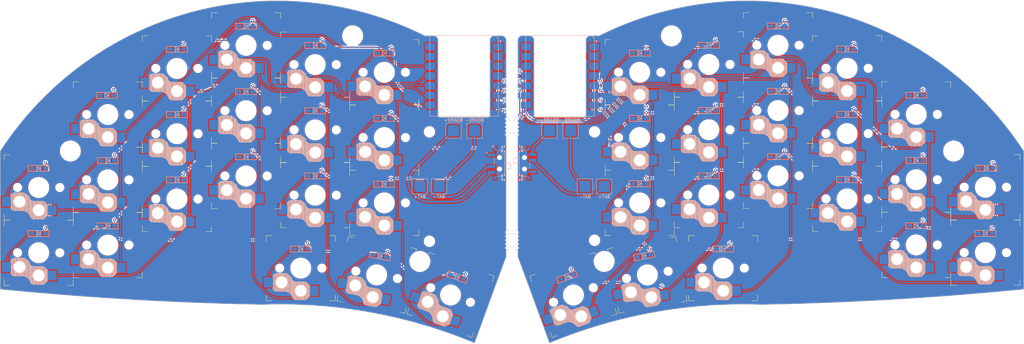
<source format=kicad_pcb>
(kicad_pcb (version 20221018) (generator pcbnew)
  (layers (0 "F.Cu" signal) (31 "B.Cu" signal) (34 "B.Paste" user) (35 "F.Paste" user) (36 "B.SilkS" user "B.Silkscreen") (37 "F.SilkS" user "F.Silkscreen") (38 "B.Mask" user) (39 "F.Mask" user) (44 "Edge.Cuts" user))
  (net 0 "")
  (net 1 "LROW1")
  (net 2 "Net-(D1-A)")
  (net 3 "LROW2")
  (net 4 "Net-(D2-A)")
  (net 5 "LROW3")
  (net 6 "Net-(D3-A)")
  (net 7 "LROW4")
  (net 8 "Net-(D4-A)")
  (net 9 "Net-(D5-A)")
  (net 10 "Net-(D6-A)")
  (net 11 "Net-(D7-A)")
  (net 12 "Net-(D8-A)")
  (net 13 "Net-(D9-A)")
  (net 14 "Net-(D10-A)")
  (net 15 "Net-(D11-A)")
  (net 16 "Net-(D12-A)")
  (net 17 "Net-(D13-A)")
  (net 18 "Net-(D14-A)")
  (net 19 "Net-(D15-A)")
  (net 20 "Net-(D16-A)")
  (net 21 "Net-(D17-A)")
  (net 22 "Net-(D18-A)")
  (net 23 "Net-(D19-A)")
  (net 24 "Net-(D20-A)")
  (net 25 "RROW1")
  (net 26 "Net-(D21-A)")
  (net 27 "RROW2")
  (net 28 "Net-(D22-A)")
  (net 29 "RROW3")
  (net 30 "Net-(D23-A)")
  (net 31 "RROW4")
  (net 32 "Net-(D24-A)")
  (net 33 "Net-(D25-A)")
  (net 34 "Net-(D26-A)")
  (net 35 "Net-(D27-A)")
  (net 36 "Net-(D28-A)")
  (net 37 "Net-(D29-A)")
  (net 38 "Net-(D30-A)")
  (net 39 "Net-(D31-A)")
  (net 40 "Net-(D32-A)")
  (net 41 "Net-(D33-A)")
  (net 42 "Net-(D34-A)")
  (net 43 "Net-(D35-A)")
  (net 44 "Net-(D36-A)")
  (net 45 "Net-(D37-A)")
  (net 46 "Net-(D38-A)")
  (net 47 "Net-(D39-A)")
  (net 48 "Net-(D40-A)")
  (net 49 "Net-(SW17A-B)")
  (net 50 "Net-(SW34A-B)")
  (net 51 "Net-(TP2-Pad1)")
  (net 52 "LCOL1")
  (net 53 "LCOL2")
  (net 54 "LCOL3")
  (net 55 "LCOL4")
  (net 56 "LCOL5")
  (net 57 "RCOL1")
  (net 58 "RCOL2")
  (net 59 "RCOL3")
  (net 60 "RCOL4")
  (net 61 "RCOL5")
  (net 62 "Net-(SW17A-C)")
  (net 63 "Net-(SW34A-C)")
  (net 71 "LGND")
  (net 75 "Net-(TP6-Pad1)")
  (net 76 "RGND")
  (footprint "kbd:ChocV1_V2_Hotswap" (layer "F.Cu") (at 180.75 69)
    (fp_text reference "SW23" hide)
    (fp_text value "SW_PUSH" hide)
  )
  (footprint "kbd:0.5mm_hole" (layer "F.Cu") (at 146.25 65.2)
    (fp_text reference "REF**" hide)
    (fp_text value "0.5mm_hole" hide)
  )
  (footprint "kbd:ChocV1_V2_Hotswap" (layer "F.Cu") (at 42.25 63)
    (fp_text reference "SW1" hide)
    (fp_text value "SW_PUSH" hide)
  )
  (footprint "kbd:ChocV1_V2_Hotswap" (layer "F.Cu") (at 180.75 52)
    (fp_text reference "SW22" hide)
    (fp_text value "SW_PUSH" hide)
  )
  (footprint "kbd:ChocV1_V2_Hotswap" (layer "F.Cu") (at 270.7625 98.9625)
    (fp_text reference "SW38" hide)
    (fp_text value "SW_PUSH" hide)
  )
  (footprint "kbd:5mm_hole" (layer "F.Cu") (at 189 42.5)
    (fp_text reference "REF**" hide)
    (fp_text value "5mm_hole" hide)
  )
  (footprint "kbd:ChocV1_V2_Hotswap" (layer "F.Cu") (at 96.25 84)
    (fp_text reference "SW15" hide)
    (fp_text value "SW_PUSH" hide)
  )
  (footprint "kbd:ChocV1_V2_Hotswap" (layer "F.Cu") (at 96.25 50)
    (fp_text reference "SW13" hide)
    (fp_text value "SW_PUSH" hide)
  )
  (footprint "kbd:0.5mm_hole" (layer "F.Cu") (at 148.75 67.2)
    (fp_text reference "REF**" hide)
    (fp_text value "0.5mm_hole" hide)
  )
  (footprint "kbd:ChocV1_V2_Hotswap" (layer "F.Cu") (at 60.25 85)
    (fp_text reference "SW7" hide)
    (fp_text value "SW_PUSH" hide)
  )
  (footprint "kbd:0.5mm_hole" (layer "F.Cu") (at 146.25 94.7)
    (fp_text reference "REF**" hide)
    (fp_text value "0.5mm_hole" hide)
  )
  (footprint "kbd:5mm_hole" (layer "F.Cu") (at 106 42.5)
    (fp_text reference "REF**" hide)
    (fp_text value "5mm_hole" hide)
  )
  (footprint "kbd:2.5mm_hole" (layer "F.Cu") (at 169 95.75)
    (fp_text reference "REF**" hide)
    (fp_text value "2.5mm_hole" hide)
  )
  (footprint "kbd:ChocV1_V2_Hotswap" (layer "F.Cu") (at 114.25 86)
    (fp_text reference "SW20" hide)
    (fp_text value "SW_PUSH" hide)
  )
  (footprint "kbd:0.5mm_hole" (layer "F.Cu") (at 148.75 64.2)
    (fp_text reference "REF**" hide)
    (fp_text value "0.5mm_hole" hide)
  )
  (footprint "kbd:ChocV1_V2_Hotswap" (layer "F.Cu") (at 42.25 80)
    (fp_text reference "SW2" hide)
    (fp_text value "SW_PUSH" hide)
  )
  (footprint "kbd:ChocV1_V2_Hotswap" (layer "F.Cu") (at 92.5 103)
    (fp_text reference "SW12" hide)
    (fp_text value "SW_PUSH" hide)
  )
  (footprint "kbd:2.5mm_hole" (layer "F.Cu") (at 169 67.5)
    (fp_text reference "REF**" hide)
    (fp_text value "2.5mm_hole" hide)
  )
  (footprint "kbd:ChocV1_V2_Hotswap" (layer "F.Cu") (at 180.75 86)
    (fp_text reference "SW24" hide)
    (fp_text value "SW_PUSH" hide)
  )
  (footprint "kbd:0.5mm_hole" (layer "F.Cu") (at 146.25 68.2)
    (fp_text reference "REF**" hide)
    (fp_text value "0.5mm_hole" hide)
  )
  (footprint "kbd:ChocV1_V2_Hotswap" (layer "F.Cu") (at 24.25 99)
    (fp_text reference "SW8" hide)
    (fp_text value "SW_PUSH" hide)
  )
  (footprint "kbd:0.5mm_hole" (layer "F.Cu") (at 146.25 93.7)
    (fp_text reference "REF**" hide)
    (fp_text value "0.5mm_hole" hide)
  )
  (footprint "kbd:ChocV1_V2_Hotswap" (layer "F.Cu") (at 60.25 68)
    (fp_text reference "SW6" hide)
    (fp_text value "SW_PUSH" hide)
  )
  (footprint "kbd:ChocV1_V2_Hotswap" (layer "F.Cu") (at 198.7625 83.9625)
    (fp_text reference "SW28" hide)
    (fp_text value "SW_PUSH" hide)
  )
  (footprint "kbd:ChocV1_V2_Hotswap" (layer "F.Cu") (at 202.5 103)
    (fp_text reference "SW33" hide)
    (fp_text value "SW_PUSH" hide)
  )
  (footprint "kbd:ChocV1_V2_Hotswap" (layer "F.Cu") (at 182.75 104.75 10)
    (fp_text reference "SW29" hide)
    (fp_text value "SW_PUSH" hide)
  )
  (footprint "kbd:5mm_hole" (layer "F.Cu") (at 171.5 101.25)
    (fp_text reference "REF**" hide)
    (fp_text value "5mm_hole" hide)
  )
  (footprint "kbd:ChocV1_V2_Hotswap" (layer "F.Cu") (at 131.5 110 -20)
    (fp_text reference "SW21" hide)
    (fp_text value "SW_PUSH" hide)
  )
  (footprint "kbd:ChocV1_V2_Hotswap" (layer "F.Cu") (at 252.7625 62.9625)
    (fp_text reference "SW39" hide)
    (fp_text value "SW_PUSH" hide)
  )
  (footprint "kbd:0.5mm_hole" (layer "F.Cu") (at 146.25 67.2)
    (fp_text reference "REF**" hide)
    (fp_text value "0.5mm_hole" hide)
  )
  (footprint "kbd:0.5mm_hole" (layer "F.Cu") (at 146.25 96.7)
    (fp_text reference "REF**" hide)
    (fp_text value "0.5mm_hole" hide)
  )
  (footprint "kbd:ChocV1_V2_Hotswap" (layer "F.Cu") (at 252.7625 96.9625)
    (fp_text reference "SW41" hide)
    (fp_text value "SW_PUSH" hide)
  )
  (footprint "kbd:5mm_hole" (layer "F.Cu") (at 123.5 101.25)
    (fp_text reference "REF**" hide)
    (fp_text value "5mm_hole" hide)
  )
  (footprint "kbd:0.5mm_hole" (layer "F.Cu") (at 148.75 96.7)
    (fp_text reference "REF**" hide)
    (fp_text value "0.5mm_hole" hide)
  )
  (footprint "kbd:0.5mm_hole" (layer "F.Cu") (at 146.25 64.2)
    (fp_text reference "REF**" hide)
    (fp_text value "0.5mm_hole" hide)
  )
  (footprint "kbd:ChocV1_V2_Hotswap" (layer "F.Cu") (at 114.25 69)
    (fp_text reference "SW19" hide)
    (fp_text value "SW_PUSH" hide)
  )
  (footprint "kbd:ChocV1_V2_Hotswap" (layer "F.Cu") (at 216.7625 78.9625)
    (fp_text reference "SW32" hide)
    (fp_text value "SW_PUSH" hide)
  )
  (footprint "kbd:ChocV1_V2_Hotswap" (layer "F.Cu") (at 198.7625 66.9625)
    (fp_text reference "SW27" hide)
    (fp_text value "SW_PUSH" hide)
  )
  (footprint "kbd:ChocV1_V2_Hotswap" (layer "F.Cu") (at 252.7625 79.9625)
    (fp_text reference "SW40" hide)
    (fp_text value "SW_PUSH" hide)
  )
  (footprint "kbd:ChocV1_V2_Hotswap" (layer "F.Cu") (at 216.7625 61.9625)
    (fp_text reference "SW31" hide)
    (fp_text value "SW_PUSH" hide)
  )
  (footprint "kbd:0.5mm_hole" (layer "F.Cu") (at 148.75 97.7)
    (fp_text reference "REF**" hide)
    (fp_text value "0.5mm_hole" hide)
  )
  (footprint "kbd:ChocV1_V2_Hotswap" (layer "F.Cu") (at 234.7625 50.9625)
    (fp_text reference "SW35" hide)
    (fp_text value "SW_PUSH" hide)
  )
  (footprint "kbd:ChocV1_V2_Hotswap" (layer "F.Cu") (at 114.25 52)
    (fp_text reference "SW18" hide)
    (fp_text value "SW_PUSH" hide)
  )
  (footprint "kbd:ChocV1_V2_Hotswap" (layer "F.Cu") (at 112.25 104.75 -10)
    (fp_text reference "SW16" hide)
    (fp_text value "SW_PUSH" hide)
  )
  (footprint "kbd:ChocV1_V2_Hotswap" (layer "F.Cu") (at 216.7625 44.9625)
    (fp_text reference "SW30" hide)
    (fp_text value "SW_PUSH" hide)
  )
  (footprint "kbd:ChocV1_V2_Hotswap" (layer "F.Cu") (at 234.7625 67.9625)
    (fp_text reference "SW36" hide)
    (fp_text value "SW_PUSH" hide)
  )
  (footprint "kbd:0.5mm_hole" (layer "F.Cu") (at 148.75 95.7)
    (fp_text reference "REF**" hide)
    (fp_text value "0.5mm_hole" hide)
  )
  (footprint "kbd:ChocV1_V2_Hotswap" (layer "F.Cu") (at 234.7625 84.9625)
    (fp_text reference "SW37" hide)
    (fp_text value "SW_PUSH" hide)
  )
  (footprint "kbd:ChocV1_V2_Hotswap" (layer "F.Cu") (at 78.25 79)
    (fp_text reference "SW11" hide)
    (fp_text value "SW_PUSH" hide)
  )
  (footprint "kbd:0.5mm_hole" (layer "F.Cu") (at 148.75 65.2)
    (fp_text reference "REF**" hide)
    (fp_text value "0.5mm_hole" hide)
  )
  (footprint "kbd:0.5mm_hole" (layer "F.Cu") (at 148.75 68.2)
    (fp_text reference "REF**" hide)
    (fp_text value "0.5mm_hole" hide)
  )
  (footprint "kbd:ChocV1_V2_Hotswap" (layer "F.Cu") (at 163.5 110 20)
    (fp_text reference "SW25" hide)
    (fp_text value "SW_PUSH" hide)
  )
  (footprint "kbd:0.5mm_hole" (layer "F.Cu") (at 146.25 97.7)
    (fp_text reference "REF**" hide)
    (fp_text value "0.5mm_hole" hide)
  )
  (footprint "kbd:0.5mm_hole" (layer "F.Cu") (at 146.25 95.7)
    (fp_text reference "REF**" hide)
    (fp_text value "0.5mm_hole" hide)
  )
  (footprint "kbd:ChocV1_V2_Hotswap" (layer "F.Cu") (at 78.25 62)
    (fp_text reference "SW10" hide)
    (fp_text value "SW_PUSH" hide)
  )
  (footprint "kbd:5mm_hole" (layer "F.Cu") (at 262.5 72.5)
    (fp_text reference "REF**" hide)
    (fp_text value "5mm_hole" hide)
  )
  (footprint "kbd:5mm_hole" (layer "F.Cu") (at 32.5 72.5)
    (fp_text reference "REF**" hide)
    (fp_text value "5mm_hole" hide)
  )
  (footprint "kbd:ChocV1_V2_Hotswap" (layer "F.Cu") (at 60.25 51)
    (fp_text reference "SW5" hide)
    (fp_text value "SW_PUSH" hide)
  )
  (footprint "kbd:0.5mm_hole" (layer "F.Cu") (at 148.75 94.7)
    (fp_text reference "REF**" hide)
    (fp_text value "0.5mm_hole" hide)
  )
  (footprint "kbd:2.5mm_hole" (layer "F.Cu") (at 126 67.5)
    (fp_text reference "REF**" hide)
    (fp_text value "2.5mm_hole" hide)
  )
  (footprint "kbd:0.5mm_hole" (layer "F.Cu") (at 146.25 66.2)
    (fp_text reference "REF**" hide)
    (fp_text value "0.5mm_hole" hide)
  )
  (footprint "kbd:ChocV1_V2_Hotswap" (layer "F.Cu") (at 270.767184 81.9312)
    (fp_text reference "SW42" hide)
    (fp_text value "SW_PUSH" hide)
  )
  (footprint "kbd:0.5mm_hole" (layer "F.Cu") (at 148.75 93.7)
    (fp_text reference "REF**" hide)
    (fp_text value "0.5mm_hole" hide)
  )
  (footprint "kbd:0.5mm_hole" (layer "F.Cu") (at 148.75 66.2)
    (fp_text reference "REF**" hide)
    (fp_text value "0.5mm_hole" hide)
  )
  (footprint "kbd:ChocV1_V2_Hotswap" (layer "F.Cu") (at 42.25 97)
    (fp_text reference "SW3" hide)
    (fp_text value "SW_PUSH" hide)
  )
  (footprint "kbd:ChocV1_V2_Hotswap" (layer "F.Cu") (at 198.7625 49.9625)
    (fp_text reference "SW26" hide)
    (fp_text value "SW_PUSH" hide)
  )
  (footprint "kbd:ChocV1_V2_Hotswap" (layer "F.Cu") (at 96.25 67)
    (fp_text reference "SW14" hide)
    (fp_text value "SW_PUSH" hide)
  )
  (footprint "kbd:ChocV1_V2_Hotswap" (layer "F.Cu") (at 24.25 82)
    (fp_text reference "SW4" hide)
    (fp_text value "SW_PUSH" hide)
  )
  (footprint "kbd:2.5mm_hole" (layer "F.Cu") (at 126 96)
    (fp_text reference "REF**" hide)
    (fp_text value "2.5mm_hole" hide)
  )
  (footprint "kbd:ChocV1_V2_Hotswap" (layer "F.Cu") (at 78.25 45)
    (fp_text reference "SW9" hide)
    (fp_text value "SW_PUSH" hide)
  )
  (footprint "kbd:D3_SMD_v2" (layer "B.Cu") (at 114.25 64 180)
    (fp_text reference "D18" hide)
    (fp_text value "D" hide)
  )
  (footprint "kbd:D3_SMD_v2" (layer "B.Cu") (at 78.25 74 180)
    (fp_text reference "D11" hide)
    (fp_text value "D" hide)
  )
  (footprint "kbd:D3_SMD_v2" (layer "B.Cu") (at 270.9875 76.9625 180)
    (fp_text reference "D40" hide)
    (fp_text value "D" hide)
  )
  (footprint "kbd:D3_SMD_v2" (layer "B.Cu") (at 78.25 57 180)
    (fp_text reference "D10" hide)
    (fp_text value "D" hide)
  )
  (footprint "kbd:D3_SMD_v2" (layer "B.Cu") (at 216.7625 39.9625 180)
    (fp_text reference "D29" hide)
    (fp_text value "D" hide)
  )
  (footprint "kbd:D3_SMD_v2" (layer "B.Cu") (at 60.25 80 180)
    (fp_text reference "D7" hide)
    (fp_text value "D" hide)
  )
  (footprint "kbd:D3_SMD_v2" (layer "B.Cu") (at 42 58 180)
    (fp_text reference "D1" hide)
    (fp_text value "D" hide)
  )
  (footprint "MSK-12C02:MSK-12C02" (layer "B.Cu") (at 150.75 75.7 90)
    (fp_text reference "SW34")
    (fp_text value "SW_DPDT_x2")
  )
  (footprint "kbd:1pad_conn_board" (layer "B.Cu") (at 132.25 67.2 180)
    (fp_text reference "BOARD+")
    (fp_text value "BOARD+" hide)
  )
  (footprint "kbd:D3_SMD_v2" (layer "B.Cu") (at 78.25 40 180)
    (fp_text reference "D9" hide)
    (fp_text value "D" hide)
  )
  (footprint "kbd:D3_SMD_v2" (layer "B.Cu") (at 202.5 98 180)
    (fp_text reference "D32" hide)
    (fp_text value "D" hide)
  )
  (footprint "xiao_nrf52840:xiao_nrf52840_v2" (layer "B.Cu") (at 160 52.95 180)
    (fp_text reference "U2" hide)
    (fp_text value "xiao_nrf52840" hide)
  )
  (footprint "kbd:1pad_conn_board" (layer "B.Cu") (at 137.75 67.2 180)
    (fp_text reference "BOARD-")
    (fp_text value "BOARD-" hide)
  )
  (footprint "kbd:D3_SMD_v2" (layer "B.Cu") (at 92.5 98 180)
    (fp_text reference "D12" hide)
    (fp_text value "D" hide)
  )
  (footprint "kbd:1pad_conn_board" (layer "B.Cu") (at 171.5 81.7 180)
    (fp_text reference "BAT+")
    (fp_text value "BAT+" hide)
  )
  (footprint "kbd:D3_SMD_v2" (layer "B.Cu") (at 270.7625 93.9625 180)
    (fp_text reference "D36" hide)
    (fp_text value "D" hide)
  )
  (footprint "kbd:D3_SMD_v2" (layer "B.Cu") (at 216.7625 56.9625 180)
    (fp_text reference "D30" hide)
    (fp_text value "D" hide)
  )
  (footprint "kbd:D3_SMD_v2" (layer "B.Cu") (at 24.25 77 180)
    (fp_text reference "D4" hide)
    (fp_text value "D" hide)
  )
  (footprint "kbd:D3_SMD_v2" (layer "B.Cu") (at 161.789899 105.301538 -160)
    (fp_text reference "D24" hide)
    (fp_text value "D" hide)
  )
  (footprint "kbd:D3_SMD_v2" (layer "B.Cu") (at 252.7625 57.9625 180)
    (fp_text reference "D37" hide)
    (fp_text value "D" hide)
  )
  (footprint "kbd:D3_SMD_v2" (layer "B.Cu") (at 60.25 46 180)
    (fp_text reference "D5" hide)
    (fp_text value "D" hide)
  )
  (footprint "kbd:1pad_conn_board" (layer "B.Cu") (at 162.75 67.2 180)
    (fp_text reference "BOARD-")
    (fp_text value "BOARD-" hide)
  )
  (footprint "kbd:D3_SMD_v2" (layer "B.Cu") (at 180.75 47 180)
    (fp_text reference "D21" hide)
    (fp_text value "D" hide)
  )
  (footprint "xiao_nrf52840:xiao_nrf52840_v2" (layer "B.Cu") (at 135 52.95 180)
    (fp_text reference "U1" hide)
    (fp_text value "xiao_nrf52840" hide)
  )
  (footprint "MSK-12C02:MSK-12C02" (layer "B.Cu") (at 144.25 75.7 -90)
    (fp_text reference "SW17")
    (fp_text value "SW_DPDT_x2")
  )
  (footprint "kbd:1pad_conn_board" (layer "B.Cu") (at 166.5 81.7 180)
    (fp_text reference "BAT-")
    (fp_text value "BAT-" hide)
  )
  (footprint "kbd:D3_SMD_v2" (layer "B.Cu") (at 42.25 75 180)
    (fp_text reference "D2" hide)
    (fp_text value "D" hide)
  )
  (footprint "kbd:D3_SMD_v2" (layer "B.Cu") (at 216.7625 73.9625 180)
    (fp_text reference "D31" hide)
    (fp_text value "D" hide)
  )
  (footprint "kbd:D3_SMD_v2" (layer "B.Cu") (at 114.208108 81.127782 180)
    (fp_text reference "D19" hide)
    (fp_text value "D" hide)
  )
  (footprint "kbd:D3_SMD_v2" (layer "B.Cu") (at 198.7625 78.9625 180)
    (fp_text reference "D27" hide)
    (fp_text value "D" hide)
  )
  (footprint "kbd:D3_SMD_v2" (layer "B.Cu") (at 24.25 94 180)
    (fp_text reference "D8" hide)
    (fp_text value "D" hide)
  )
  (footprint "kbd:1pad_conn_board" (layer "B.Cu") (at 157.25 67.2 180)
    (fp_text reference "BOARD+")
    (fp_text value "BOARD+" hide)
  )
  (footprint "kbd:D3_SMD_v2" (layer "B.Cu") (at 198.7625 44.9625 180)
    (fp_text reference "D25" hide)
    (fp_text value "D" hide)
  )
  (footprint "kbd:D3_SMD_v2" (layer "B.Cu") (at 60.25 63 180)
    (fp_text reference "D6" hide)
    (fp_text value "D" hide)
  )
  (footprint "kbd:1pad_conn_board" (layer "B.Cu") (at 128.5 81.7 180)
    (fp_text reference "BAT-")
    (fp_text value "BAT-" hide)
  )
  (footprint "kbd:D3_SMD_v2" (layer "B.Cu") (at 96.25 62 180)
    (fp_text reference "D14" hide)
    (fp_text value "D" hide)
  )
  (footprint "kbd:D3_SMD_v2" (layer "B.Cu") (at 252.7625 91.9625 180)
    (fp_text reference "D39" hide)
    (fp_text value "D" hide)
  )
  (footprint "kbd:D3_SMD_v2" (layer "B.Cu") (at 113.118241 99.82596 170)
    (fp_text reference "D16" hide)
    (fp_text value "D" hide)
  )
  (footprint "kbd:D3_SMD_v2" (layer "B.Cu") (at 96.275 79 180)
    (fp_text reference "D15" hide)
    (fp_text value "D" hide)
  )
  (footprint "kbd:D3_SMD_v2" (layer "B.Cu") (at 234.7625 79.9625 180)
    (fp_text reference "D35" hide)
    (fp_text value "D" hide)
  )
  (footprint "kbd:D3_SMD_v2" (layer "B.Cu") (at 133.210101 105.301536 160)
    (fp_text reference "D20" hide)
    (fp_text value "D" hide)
  )
  (footprint "kbd:D3_SMD_v2" (layer "B.Cu") (at 114.25 47 180)
    (fp_text reference "D17" hide)
    (fp_text value "D" hide)
  )
  (footprint "kbd:D3_SMD_v2" (layer "B.Cu") (at 181.881758 99.825962 -170)
    (fp_text reference "D28" hide)
    (fp_text value "D" hide)
  )
  (footprint "kbd:D3_SMD_v2" (layer "B.Cu") (at 198.7625 61.9625 180)
    (fp_text reference "D26" hide)
    (fp_text value "D" hide)
  )
  (footprint "kbd:D3_SMD_v2" (layer "B.Cu") (at 42.25 92 180)
    (fp_text reference "D3" hide)
    (fp_text value "D" hide)
  )
  (footprint "kbd:D3_SMD_v2" (layer "B.Cu") (at 234.7625 62.9625 180)
    (fp_text reference "D34" hide)
    (fp_text value "D" hide)
  )
  (footprint "kbd:D3_SMD_v2" (layer "B.Cu") (at 234.7625 45.9625 180)
    (fp_text reference "D33" hide)
    (fp_text value "D" hide)
  )
  (footprint "kbd:D3_SMD_v2" (layer "B.Cu") (at 180.75 64 180)
    (fp_text reference "D22" hide)
    (fp_text value "D" hide)
  )
  (footprint "kbd:D3_SMD_v2" (layer "B.Cu") (at 96.275 45 180)
    (fp_text reference "D13" hide)
    (fp_text value "D" hide)
  )
  (footprint "kbd:1pad_conn_board" (layer "B.Cu") (at 123.5 81.7 180)
    (fp_text reference "BAT+")
    (fp_text value "BAT+" hide)
  )
  (footprint "kbd:D3_SMD_v2" (layer "B.Cu") (at 180.75 81 180)
    (fp_text reference "D23" hide)
    (fp_text value "D" hide)
  )
  (footprint "kbd:D3_SMD_v2" (layer "B.Cu") (at 252.7625 74.9625 180)
    (fp_text reference "D38" hide)
    (fp_text value "D" hide)
  )
  (gr_line (start 149 68.7) (end 148.5 68.7) (stroke (width 0.1)) (layer "Edge.Cuts"))
  (gr_line (start 149 98.2) (end 148.5 98.2) (stroke (width 0.1)) (layer "Edge.Cuts"))
  (gr_arc (start 144.75 42.45) (mid 145.625041 42.824959) (end 146 43.7) (stroke (width 0.1)) (layer "Edge.Cuts"))
  (gr_line (start 146 98.2) (end 146.5 98.2) (stroke (width 0.1)) (layer "Edge.Cuts"))
  (gr_line (start 137.75 122.5) (end 146 99.95) (stroke (width 0.1)) (layer "Edge.Cuts"))
  (gr_line (start 149 93.2) (end 148.5 93.2) (stroke (width 0.1)) (layer "Edge.Cuts"))
  (gr_arc (start 280.75 108.5) (mid 246.665 111.1825) (end 212.5 112.5) (stroke (width 0.1)) (layer "Edge.Cuts"))
  (gr_arc (start 149 43.7) (mid 149.366117 42.816117) (end 150.25 42.45) (stroke (width 0.1)) (layer "Edge.Cuts"))
  (gr_line (start 166.75 63.2) (end 166.75 43.7) (stroke (width 0.1)) (layer "Edge.Cuts"))
  (gr_line (start 143 42.45) (end 144.75 42.45) (stroke (width 0.1)) (layer "Edge.Cuts"))
  (gr_arc (start 148.5 63.7) (mid 147.5 64.7) (end 146.5 63.7) (stroke (width 0.1)) (layer "Edge.Cuts"))
  (gr_line (start 149 99.95) (end 157.25 122.5) (stroke (width 0.1)) (layer "Edge.Cuts"))
  (gr_arc (start 127 42.45) (mid 127.883883 42.816117) (end 128.25 43.7) (stroke (width 0.1)) (layer "Edge.Cuts"))
  (gr_arc (start 128.75 63.7) (mid 128.396447 63.553553) (end 128.25 63.2) (stroke (width 0.1)) (layer "Edge.Cuts"))
  (gr_arc (start 141.75 63.2) (mid 141.603553 63.553553) (end 141.25 63.7) (stroke (width 0.1)) (layer "Edge.Cuts"))
  (gr_line (start 128.75 63.7) (end 141.25 63.7) (stroke (width 0.1)) (layer "Edge.Cuts"))
  (gr_line (start 168 42.45) (end 170.25 42.45) (stroke (width 0.1)) (layer "Edge.Cuts"))
  (gr_line (start 149 63.7) (end 148.5 63.7) (stroke (width 0.1)) (layer "Edge.Cuts"))
  (gr_line (start 146 68.7) (end 146 93.2) (stroke (width 0.1)) (layer "Edge.Cuts"))
  (gr_arc (start 170.25 42.45) (mid 231.236146 36.38202) (end 280.75 72.5) (stroke (width 0.1)) (layer "Edge.Cuts"))
  (gr_arc (start 82.5 112.5) (mid 110.66468 114.518268) (end 137.75 122.5) (stroke (width 0.1)) (layer "Edge.Cuts"))
  (gr_line (start 141.75 63.2) (end 141.75 43.7) (stroke (width 0.1)) (layer "Edge.Cuts"))
  (gr_line (start 146 63.7) (end 146 43.7) (stroke (width 0.1)) (layer "Edge.Cuts"))
  (gr_line (start 128.25 43.7) (end 128.25 63.2) (stroke (width 0.1)) (layer "Edge.Cuts"))
  (gr_line (start 149 43.7) (end 149 63.7) (stroke (width 0.1)) (layer "Edge.Cuts"))
  (gr_line (start 150.25 42.45) (end 152 42.45) (stroke (width 0.1)) (layer "Edge.Cuts"))
  (gr_line (start 146 98.2) (end 146 99.95) (stroke (width 0.1)) (layer "Edge.Cuts"))
  (gr_line (start 280.75 108.5) (end 280.75 72.5) (stroke (width 0.1)) (layer "Edge.Cuts"))
  (gr_line (start 153.25 63.2) (end 153.25 43.7) (stroke (width 0.1)) (layer "Edge.Cuts"))
  (gr_line (start 153.75 63.7) (end 166.25 63.7) (stroke (width 0.1)) (layer "Edge.Cuts"))
  (gr_arc (start 153.75 63.7) (mid 153.396447 63.553553) (end 153.25 63.2) (stroke (width 0.1)) (layer "Edge.Cuts"))
  (gr_line (start 149 68.7) (end 149 93.2) (stroke (width 0.1)) (layer "Edge.Cuts"))
  (gr_line (start 146.5 93.2) (end 146 93.2) (stroke (width 0.1)) (layer "Edge.Cuts"))
  (gr_line (start 146.5 63.7) (end 146 63.7) (stroke (width 0.1)) (layer "Edge.Cuts"))
  (gr_arc (start 148.5 93.2) (mid 147.5 94.2) (end 146.5 93.2) (stroke (width 0.1)) (layer "Edge.Cuts"))
  (gr_arc (start 82.5 112.5) (mid 48.335 111.1825) (end 14.25 108.5) (stroke (width 0.1)) (layer "Edge.Cuts"))
  (gr_line (start 127 42.45) (end 124.75 42.45) (stroke (width 0.1)) (layer "Edge.Cuts"))
  (gr_line (start 14.25 72.5) (end 14.25 108.5) (stroke (width 0.1)) (layer "Edge.Cuts"))
  (gr_arc (start 146.5 98.2) (mid 147.5 97.2) (end 148.5 98.2) (stroke (width 0.1)) (layer "Edge.Cuts"))
  (gr_arc (start 141.75 43.7) (mid 142.116117 42.816117) (end 143 42.45) (stroke (width 0.1)) (layer "Edge.Cuts"))
  (gr_arc (start 166.75 63.2) (mid 166.603553 63.553553) (end 166.25 63.7) (stroke (width 0.1)) (layer "Edge.Cuts"))
  (gr_arc (start 14.25 72.5) (mid 63.763853 36.382012) (end 124.75 42.45) (stroke (width 0.1)) (layer "Edge.Cuts"))
  (gr_line (start 146 68.7) (end 146.5 68.7) (stroke (width 0.1)) (layer "Edge.Cuts"))
  (gr_arc (start 166.75 43.7) (mid 167.116117 42.816117) (end 168 42.45) (stroke (width 0.1)) (layer "Edge.Cuts"))
  (gr_arc (start 146.5 68.7) (mid 147.5 67.7) (end 148.5 68.7) (stroke (width 0.1)) (layer "Edge.Cuts"))
  (gr_arc (start 157.25 122.5) (mid 184.33532 114.51827) (end 212.5 112.5) (stroke (width 0.1)) (layer "Edge.Cuts"))
  (gr_arc (start 152 42.45) (mid 152.883883 42.816117) (end 153.25 43.7) (stroke (width 0.1)) (layer "Edge.Cuts"))
  (gr_line (start 149 98.2) (end 149 99.95) (stroke (width 0.1)) (layer "Edge.Cuts"))
  (segment (start 118.720792 56.170792) (end 125.656207 63.106207) (width 0.25) (layer "F.Cu") (net 1))
  (segment (start 62 44.5) (end 62.4135 44.0865) (width 0.25) (layer "F.Cu") (net 1))
  (segment (start 117.127 47.423909) (end 117.127 52.323036) (width 0.25) (layer "F.Cu") (net 1))
  (segment (start 116.5635 46.0635) (end 116 45.5) (width 0.25) (layer "F.Cu") (net 1))
  (segment (start 76.420792 42.079207) (end 80 38.5) (width 0.25) (layer "F.Cu") (net 1))
  (segment (start 54.156207 46.093792) (end 43.75 56.5) (width 0.25) (layer "F.Cu") (net 1))
  (segment (start 98 43.5) (end 99 44.5) (width 0.25) (layer "F.Cu") (net 1))
  (segment (start 63.411777 43.673) (end 72.573036 43.673) (width 0.25) (layer "F.Cu") (net 1))
  (segment (start 143.75 57.187436) (end 143.75 61.285786) (width 0.25) (layer "F.Cu") (net 1))
  (segment (start 98 43.5) (end 87.253963 43.5) (width 0.25) (layer "F.Cu") (net 1))
  (segment (start 145.5 54.2) (end 144.625 55.075) (width 0.25) (layer "F.Cu") (net 1))
  (segment (start 83.406207 41.906207) (end 80 38.5) (width 0.25) (layer "F.Cu") (net 1))
  (segment (start 62 44.5) (end 58.003963 44.5) (width 0.25) (layer "F.Cu") (net 1))
  (segment (start 140.335786 64.7) (end 129.503963 64.7) (width 0.25) (layer "F.Cu") (net 1))
  (segment (start 101.414213 45.5) (end 116 45.5) (width 0.25) (layer "F.Cu") (net 1))
  (via (at 145.5 54.2) (size 0.8) (drill 0.4) (layers "F.Cu" "B.Cu") (net 1))
  (via (at 43.75 56.5) (size 0.8) (drill 0.4) (layers "F.Cu" "B.Cu") (net 1))
  (via (at 62 44.5) (size 0.8) (drill 0.4) (layers "F.Cu" "B.Cu") (net 1))
  (via (at 98 43.5) (size 0.8) (drill 0.4) (layers "F.Cu" "B.Cu") (net 1))
  (via (at 80 38.5) (size 0.8) (drill 0.4) (layers "F.Cu" "B.Cu") (net 1))
  (via (at 116 45.5) (size 0.8) (drill 0.4) (layers "F.Cu" "B.Cu") (net 1))
  (arc (start 143.75 61.285786) (mid 143.490108 62.592349) (end 142.75 63.7) (width 0.25) (layer "F.Cu") (net 1))
  (arc (start 142.75 63.7) (mid 141.642349 64.440108) (end 140.335786 64.7) (width 0.25) (layer "F.Cu") (net 1))
  (arc (start 144.625 55.075) (mid 143.977405 56.044194) (end 143.75 57.187436) (width 0.25) (layer "F.Cu") (net 1))
  (arc (start 76.420792 42.079207) (mid 74.655426 43.258786) (end 72.573036 43.673) (width 0.25) (layer "F.Cu") (net 1))
  (arc (start 99 44.5) (mid 100.10765 45.240108) (end 101.414213 45.5) (width 0.25) (layer "F.Cu") (net 1))
  (arc (start 83.406207 41.906207) (mid 85.171572 43.085786) (end 87.253963 43.5) (width 0.25) (layer "F.Cu") (net 1))
  (arc (start 116.5635 46.0635) (mid 116.980551 46.687661) (end 117.127 47.423909) (width 0.25) (layer "F.Cu") (net 1))
  (arc (start 63.411777 43.673) (mid 62.871513 43.780465) (end 62.4135 44.0865) (width 0.25) (layer "F.Cu") (net 1))
  (arc (start 58.003963 44.5) (mid 55.921572 44.914213) (end 54.156207 46.093792) (width 0.25) (layer "F.Cu") (net 1))
  (arc (start 117.127 52.323036) (mid 117.541213 54.405426) (end 118.720792 56.170792) (width 0.25) (layer "F.Cu") (net 1))
  (arc (start 125.656207 63.106207) (mid 127.421572 64.285786) (end 129.503963 64.7) (width 0.25) (layer "F.Cu") (net 1))
  (segment (start 116.025 45.542677) (end 116.025 47) (width 0.25) (layer "B.Cu") (net 1))
  (segment (start 98.05 43.585355) (end 98.05 45) (width 0.25) (layer "B.Cu") (net 1))
  (segment (start 145.275 54.2) (end 145.5 54.2) (width 0.25) (layer "B.Cu") (net 1))
  (segment (start 80.025 38.542677) (end 80.025 40) (width 0.25) (layer "B.Cu") (net 1))
  (segment (start 43.75 56.5) (end 43.7625 56.5125) (width 0.25) (layer "B.Cu") (net 1))
  (segment (start 62 44.5) (end 62.0125 44.5125) (width 0.25) (layer "B.Cu") (net 1))
  (segment (start 62.025 44.542677) (end 62.025 46) (width 0.25) (layer "B.Cu") (net 1))
  (segment (start 80.0125 38.5125) (end 80 38.5) (width 0.25) (layer "B.Cu") (net 1))
  (segment (start 43.775 56.542677) (end 43.775 58) (width 0.25) (layer "B.Cu") (net 1))
  (segment (start 116.0125 45.5125) (end 116 45.5) (width 0.25) (layer "B.Cu") (net 1))
  (segment (start 144.8909 54.0409) (end 143.8 52.95) (width 0.25) (layer "B.Cu") (net 1))
  (segment (start 98 43.5) (end 98.025 43.525) (width 0.25) (layer "B.Cu") (net 1))
  (arc (start 98.025 43.525) (mid 98.043502 43.552691) (end 98.05 43.585355) (width 0.25) (layer "B.Cu") (net 1))
  (arc (start 62.0125 44.5125) (mid 62.021751 44.526345) (end 62.025 44.542677) (width 0.25) (layer "B.Cu") (net 1))
  (arc (start 43.7625 56.5125) (mid 43.771751 56.526345) (end 43.775 56.542677) (width 0.25) (layer "B.Cu") (net 1))
  (arc (start 116.0125 45.5125) (mid 116.021751 45.526345) (end 116.025 45.542677) (width 0.25) (layer "B.Cu") (net 1))
  (arc (start 80.0125 38.5125) (mid 80.021751 38.526345) (end 80.025 38.542677) (width 0.25) (layer "B.Cu") (net 1))
  (arc (start 144.8909 54.0409) (mid 145.067126 54.158651) (end 145.275 54.2) (width 0.25) (layer "B.Cu") (net 1))
  (segment (start 33.95 65.311669) (end 33.95 66.7) (width 0.25) (layer "B.Cu") (net 2))
  (segment (start 34.931697 62.941641) (end 39.873339 58) (width 0.25) (layer "B.Cu") (net 2))
  (arc (start 34.931697 62.941641) (mid 34.205134 64.029019) (end 33.95 65.311669) (width 0.25) (layer "B.Cu") (net 2))
  (segment (start 145.5 56.7) (end 144.85 57.35) (width 0.25) (layer "F.Cu") (net 3))
  (segment (start 116 62.5) (end 123.606207 70.106207) (width 0.25) (layer "F.Cu") (net 3))
  (segment (start 98 60.5) (end 99 61.5) (width 0.25) (layer "F.Cu") (net 3))
  (segment (start 144.2 66.431192) (end 144.2 58.919238) (width 0.25) (layer "F.Cu") (net 3))
  (segment (start 66.406207 57.093792) (end 62 61.5) (width 0.25) (layer "F.Cu") (net 3))
  (segment (start 58.253963 61.5) (end 62 61.5) (width 0.25) (layer "F.Cu") (net 3))
  (segment (start 101.414213 62.5) (end 116 62.5) (width 0.25) (layer "F.Cu") (net 3))
  (segment (start 44 73.5) (end 54.406207 63.093792) (width 0.25) (layer "F.Cu") (net 3))
  (segment (start 80 55.5) (end 83.406207 58.906207) (width 0.25) (layer "F.Cu") (net 3))
  (segment (start 138.931192 71.7) (end 127.453963 71.7) (width 0.25) (layer "F.Cu") (net 3))
  (segment (start 80 55.5) (end 70.253963 55.5) (width 0.25) (layer "F.Cu") (net 3))
  (segment (start 98 60.5) (end 87.253963 60.5) (width 0.25) (layer "F.Cu") (net 3))
  (via (at 80 55.5) (size 0.8) (drill 0.4) (layers "F.Cu" "B.Cu") (net 3))
  (via (at 44 73.5) (size 0.8) (drill 0.4) (layers "F.Cu" "B.Cu") (net 3))
  (via (at 62 61.5) (size 0.8) (drill 0.4) (layers "F.Cu" "B.Cu") (net 3))
  (via (at 98 60.5) (size 0.8) (drill 0.4) (layers "F.Cu" "B.Cu") (net 3))
  (via (at 145.5 56.7) (size 0.8) (drill 0.4) (layers "F.Cu" "B.Cu") (net 3))
  (via (at 116 62.5) (size 0.8) (drill 0.4) (layers "F.Cu" "B.Cu") (net 3))
  (arc (start 144.85 57.35) (mid 144.368929 58.069972) (end 144.2 58.919238) (width 0.25) (layer "F.Cu") (net 3))
  (arc (start 142.656802 70.156802) (mid 140.947477 71.298935) (end 138.931192 71.7) (width 0.25) (layer "F.Cu") (net 3))
  (arc (start 70.253963 55.5) (mid 68.171572 55.914213) (end 66.406207 57.093792) (width 0.25) (layer "F.Cu") (net 3))
  (arc (start 83.406207 58.906207) (mid 85.171572 60.085786) (end 87.253963 60.5) (width 0.25) (layer "F.Cu") (net 3))
  (arc (start 123.606207 70.106207) (mid 125.371572 71.285786) (end 127.453963 71.7) (width 0.25) (layer "F.Cu") (net 3))
  (arc (start 99 61.5) (mid 100.10765 62.240108) (end 101.414213 62.5) (width 0.25) (layer "F.Cu") (net 3))
  (arc (start 58.253963 61.5) (mid 56.171572 61.914213) (end 54.406207 63.093792) (width 0.25) (layer "F.Cu") (net 3))
  (arc (start 144.2 66.431192) (mid 143.798935 68.447477) (end 142.656802 70.156802) (width 0.25) (layer "F.Cu") (net 3))
  (segment (start 116.0125 62.5125) (end 116 62.5) (width 0.25) (layer "B.Cu") (net 3))
  (segment (start 44.025 73.542677) (end 44.025 75) (width 0.25) (layer "B.Cu") (net 3))
  (segment (start 80.025 55.542677) (end 80.025 57) (width 0.25) (layer "B.Cu") (net 3))
  (segment (start 44 73.5) (end 44.0125 73.5125) (width 0.25) (layer "B.Cu") (net 3))
  (segment (start 116.025 62.542677) (end 116.025 64) (width 0.25) (layer "B.Cu") (net 3))
  (segment (start 80.0125 55.5125) (end 80 55.5) (width 0.25) (layer "B.Cu") (net 3))
  (segment (start 145.255 56.7) (end 145.5 56.7) (width 0.25) (layer "B.Cu") (net 3))
  (segment (start 62.0125 61.5125) (end 62 61.5) (width 0.25) (layer "B.Cu") (net 3))
  (segment (start 144.836758 56.526758) (end 143.8 55.49) (width 0.25) (layer "B.Cu") (net 3))
  (segment (start 98 60.5) (end 98.0125 60.5125) (width 0.25) (layer "B.Cu") (net 3))
  (segment (start 62.025 61.542677) (end 62.025 63) (width 0.25) (layer "B.Cu") (net 3))
  (segment (start 98.025 60.542677) (end 98.025 62) (width 0.25) (layer "B.Cu") (net 3))
  (arc (start 62.0125 61.5125) (mid 62.021751 61.526345) (end 62.025 61.542677) (width 0.25) (layer "B.Cu") (net 3))
  (arc (start 116.0125 62.5125) (mid 116.021751 62.526345) (end 116.025 62.542677) (width 0.25) (layer "B.Cu") (net 3))
  (arc (start 44.0125 73.5125) (mid 44.021751 73.526345) (end 44.025 73.542677) (width 0.25) (layer "B.Cu") (net 3))
  (arc (start 144.836758 56.526758) (mid 145.028649 56.654975) (end 145.255 56.7) (width 0.25) (layer "B.Cu") (net 3))
  (arc (start 98.0125 60.5125) (mid 98.021751 60.526345) (end 98.025 60.542677) (width 0.25) (layer "B.Cu") (net 3))
  (arc (start 80.0125 55.5125) (mid 80.021751 55.526345) (end 80.025 55.542677) (width 0.25) (layer "B.Cu") (net 3))
  (segment (start 40.174169 75) (end 40.475 75) (width 0.25) (layer "B.Cu") (net 4))
  (segment (start 39.660619 75.212719) (end 34.931697 79.941641) (width 0.25) (layer "B.Cu") (net 4))
  (segment (start 33.95 82.311669) (end 33.95 83.7) (width 0.25) (layer "B.Cu") (net 4))
  (arc (start 40.174169 75) (mid 39.896238 75.055283) (end 39.660619 75.212719) (width 0.25) (layer "B.Cu") (net 4))
  (arc (start 34.931697 79.941641) (mid 34.205134 81.029019) (end 33.95 82.311669) (width 0.25) (layer "B.Cu") (net 4))
  (segment (start 70.253963 72.5) (end 80 72.5) (width 0.25) (layer "F.Cu") (net 5))
  (segment (start 145.075 59.875) (end 145.5 59.45) (width 0.25) (layer "F.Cu") (net 5))
  (segment (start 98 77.5) (end 87.253963 77.5) (width 0.25) (layer "F.Cu") (net 5))
  (segment (start 135.41601 78.033989) (end 143.056207 70.393792) (width 0.25) (layer "F.Cu") (net 5))
  (segment (start 58.253963 78.5) (end 62 78.5) (width 0.25) (layer "F.Cu") (net 5))
  (segment (start 115.958108 79.627782) (end 101.632351 79.627782) (width 0.25) (layer "F.Cu") (net 5))
  (segment (start 131.568254 79.627782) (end 115.958108 79.627782) (width 0.25) (layer "F.Cu") (net 5))
  (segment (start 80 72.5) (end 83.406207 75.906207) (width 0.25) (layer "F.Cu") (net 5))
  (segment (start 144.65 60.90104) (end 144.65 66.546036) (width 0.25) (layer "F.Cu") (net 5))
  (segment (start 66.406207 74.093792) (end 62 78.5) (width 0.25) (layer "F.Cu") (net 5))
  (segment (start 98 77.5) (end 99.063891 78.563891) (width 0.25) (layer "F.Cu") (net 5))
  (segment (start 54.406207 80.093792) (end 44 90.5) (width 0.25) (layer "F.Cu") (net 5))
  (via (at 145.5 59.2) (size 0.8) (drill 0.4) (layers "F.Cu" "B.Cu") (net 5))
  (via (at 62 78.5) (size 0.8) (drill 0.4) (layers "F.Cu" "B.Cu") (net 5))
  (via (at 115.958108 79.627782) (size 0.8) (drill 0.4) (layers "F.Cu" "B.Cu") (net 5))
  (via (at 98 77.5) (size 0.8) (drill 0.4) (layers "F.Cu" "B.Cu") (net 5))
  (via (at 80 72.5) (size 0.8) (drill 0.4) (layers "F.Cu" "B.Cu") (net 5))
  (via (at 44 90.5) (size 0.8) (drill 0.4) (layers "F.Cu" "B.Cu") (net 5))
  (arc (start 83.406207 75.906207) (mid 85.171572 77.085786) (end 87.253963 77.5) (width 0.25) (layer "F.Cu") (net 5))
  (arc (start 58.253963 78.5) (mid 56.171572 78.914213) (end 54.406207 80.093792) (width 0.25) (layer "F.Cu") (net 5))
  (arc (start 145.075 59.875) (mid 144.760453 60.345751) (end 144.65 60.90104) (width 0.25) (layer "F.Cu") (net 5))
  (arc (start 99.063891 78.563891) (mid 100.24231 79.351285) (end 101.632351 79.627782) (width 0.25) (layer "F.Cu") (net 5))
  (arc (start 144.65 66.546036) (mid 144.235786 68.628426) (end 143.056207 70.393792) (width 0.25) (layer "F.Cu") (net 5))
  (arc (start 70.253963 72.5) (mid 68.171572 72.914213) (end 66.406207 74.093792) (width 0.25) (layer "F.Cu") (net 5))
  (arc (start 135.41601 78.033989) (mid 133.650644 79.213568) (end 131.568254 79.627782) (width 0.25) (layer "F.Cu") (net 5))
  (segment (start 80.025 72.542677) (end 80.025 74) (width 0.25) (layer "B.Cu") (net 5))
  (segment (start 62.025 78.542677) (end 62.025 80) (width 0.25) (layer "B.Cu") (net 5))
  (segment (start 44.0125 90.5125) (end 44 90.5) (width 0.25) (layer "B.Cu") (net 5))
  (segment (start 44.025 90.542677) (end 44.025 92) (width 0.25) (layer "B.Cu") (net 5))
  (segment (start 98 77.5) (end 98.025 77.525) (width 0.25) (layer "B.Cu") (net 5))
  (segment (start 98.05 77.585355) (end 98.05 79) (width 0.25) (layer "B.Cu") (net 5))
  (segment (start 144.08 58.03) (end 145.5 59.45) (width 0.25) (layer "B.Cu") (net 5))
  (segment (start 115.983108 79.670459) (end 115.983108 81.127782) (width 0.25) (layer "B.Cu") (net 5))
  (segment (start 62.0125 78.5125) (end 62 78.5) (width 0.25) (layer "B.Cu") (net 5))
  (segment (start 80.0125 72.5125) (end 80 72.5) (width 0.25) (layer "B.Cu") (net 5))
  (segment (start 115.970608 79.640282) (end 115.958108 79.627782) (width 0.25) (layer "B.Cu") (net 5))
  (arc (start 115.970608 79.640282) (mid 115.979859 79.654127) (end 115.983108 79.670459) (width 0.25) (layer "B.Cu") (net 5))
  (arc (start 98.025 77.525) (mid 98.043502 77.552691) (end 98.05 77.585355) (width 0.25) (layer "B.Cu") (net 5))
  (arc (start 62.0125 78.5125) (mid 62.021751 78.526345) (end 62.025 78.542677) (width 0.25) (layer "B.Cu") (net 5))
  (arc (start 44.0125 90.5125) (mid 44.021751 90.526345) (end 44.025 90.542677) (width 0.25) (layer "B.Cu") (net 5))
  (arc (start 80.0125 72.5125) (mid 80.021751 72.526345) (end 80.025 72.542677) (width 0.25) (layer "B.Cu") (net 5))
  (segment (start 40.174169 92) (end 40.475 92) (width 0.25) (layer "B.Cu") (net 6))
  (segment (start 33.95 99.311669) (end 33.95 100.7) (width 0.25) (layer "B.Cu") (net 6))
  (segment (start 34.931697 96.941641) (end 39.660619 92.212719) (width 0.25) (layer "B.Cu") (net 6))
  (arc (start 40.174169 92) (mid 39.896238 92.055283) (end 39.660619 92.212719) (width 0.25) (layer "B.Cu") (net 6))
  (arc (start 34.931697 96.941641) (mid 34.205134 98.029019) (end 33.95 99.311669) (width 0.25) (layer "B.Cu") (net 6))
  (segment (start 115.102126 98.652633) (end 119.346232 102.896739) (width 0.25) (layer "F.Cu") (net 7))
  (segment (start 39.573627 92.5) (end 26 92.5) (width 0.25) (layer "F.Cu") (net 7))
  (segment (start 136.042217 101.907782) (end 143.656207 94.293792) (width 0.25) (layer "F.Cu") (net 7))
  (segment (start 26.5635 91.9365) (end 26 92.5) (width 0.25) (layer "F.Cu") (net 7))
  (segment (start 115.102126 98.652633) (end 97.924774 98.652633) (width 0.25) (layer "F.Cu") (net 7))
  (segment (start 135.367593 103.536469) (end 135.367593 104.490532) (width 0.25) (layer "F.Cu") (net 7))
  (segment (start 145.25 62.376776) (end 145.25 90.446036) (width 0.25) (layer "F.Cu") (net 7))
  (segment (start 26 75.5) (end 26.5635 76.0635) (width 0.25) (layer "F.Cu") (net 7))
  (segment (start 27.127 90.57609) (end 27.127 77.423909) (width 0.25) (layer "F.Cu") (net 7))
  (segment (start 94.25 96.5) (end 95.326316 97.576316) (width 0.25) (layer "F.Cu") (net 7))
  (segment (start 94.25 96.5) (end 93.8375 96.0875) (width 0.25) (layer "F.Cu") (net 7))
  (segment (start 135.367593 104.490532) (end 123.193988 104.490532) (width 0.25) (layer "F.Cu") (net 7))
  (segment (start 92.841636 95.675) (end 47.238756 95.675) (width 0.25) (layer "F.Cu") (net 7))
  (segment (start 145.5 61.95) (end 145.375 62.075) (width 0.25) (layer "F.Cu") (net 7))
  (via (at 115.102126 98.652633) (size 0.8) (drill 0.4) (layers "F.Cu" "B.Cu") (net 7))
  (via (at 145.5 61.95) (size 0.8) (drill 0.4) (layers "F.Cu" "B.Cu") (net 7))
  (via (at 135.367593 104.490532) (size 0.8) (drill 0.4) (layers "F.Cu" "B.Cu") (net 7))
  (via (at 26 92.5) (size 0.8) (drill 0.4) (layers "F.Cu" "B.Cu") (net 7))
  (via (at 26 75.5) (size 0.8) (drill 0.4) (layers "F.Cu" "B.Cu") (net 7))
  (via (at 94.25 96.5) (size 0.8) (drill 0.4) (layers "F.Cu" "B.Cu") (net 7))
  (arc (start 93.8375 96.0875) (mid 93.380593 95.782205) (end 92.841636 95.675) (width 0.25) (layer "F.Cu") (net 7))
  (arc (start 119.346232 102.896739) (mid 121.111597 104.076318) (end 123.193988 104.490532) (width 0.25) (layer "F.Cu") (net 7))
  (arc (start 27.127 90.57609) (mid 26.980551 91.312338) (end 26.5635 91.9365) (width 0.25) (layer "F.Cu") (net 7))
  (arc (start 145.25 90.446036) (mid 144.835786 92.528426) (end 143.656207 94.293792) (width 0.25) (layer "F.Cu") (net 7))
  (arc (start 26.5635 76.0635) (mid 26.980551 76.687661) (end 27.127 77.423909) (width 0.25) (layer "F.Cu") (net 7))
  (arc (start 145.375 62.075) (mid 145.282486 62.213456) (end 145.25 62.376776) (width 0.25) (layer "F.Cu") (net 7))
  (arc (start 95.326316 97.576316) (mid 96.518498 98.372907) (end 97.924774 98.652633) (width 0.25) (layer "F.Cu") (net 7))
  (arc (start 136.042217 101.907782) (mid 135.542922 102.65503) (end 135.367593 103.536469) (width 0.25) (layer "F.Cu") (net 7))
  (arc (start 43.406192 94.0875) (mid 45.164587 95.262422) (end 47.238756 95.675) (width 0.25) (layer "F.Cu") (net 7))
  (arc (start 43.406192 94.0875) (mid 41.647796 92.912577) (end 39.573627 92.5) (width 0.25) (layer "F.Cu") (net 7))
  (segment (start 94.275 98) (end 94.275 96.525) (width 0.25) (layer "B.Cu") (net 7))
  (segment (start 26.0125 75.5125) (end 26 75.5) (width 0.25) (layer "B.Cu") (net 7))
  (segment (start 145.066862 61.836862) (end 143.8 60.57) (width 0.25) (layer "B.Cu") (net 7))
  (segment (start 145.5 61.95) (end 145.34 61.95) (width 0.25) (layer "B.Cu") (net 7))
  (segment (start 26.025 92.542677) (end 26.025 94) (width 0.25) (layer "B.Cu") (net 7))
  (segment (start 26.025 75.542677) (end 26.025 77) (width 0.25) (layer "B.Cu") (net 7))
  (segment (start 114.866275 100.134186) (end 115.122405 98.681595) (width 0.25) (layer "B.Cu") (net 7))
  (segment (start 134.878055 105.908623) (end 135.382534 104.522575) (width 0.25) (layer "B.Cu") (net 7))
  (segment (start 26.0125 92.5125) (end 26 92.5) (width 0.25) (layer "B.Cu") (net 7))
  (arc (start 145.066862 61.836862) (mid 145.192179 61.920596) (end 145.34 61.95) (width 0.25) (layer "B.Cu") (net 7))
  (arc (start 26.0125 75.5125) (mid 26.021751 75.526345) (end 26.025 75.542677) (width 0.25) (layer "B.Cu") (net 7))
  (arc (start 26.0125 92.5125) (mid 26.021751 92.526345) (end 26.025 92.542677) (width 0.25) (layer "B.Cu") (net 7))
  (segment (start 16.931697 81.941641) (end 21.660619 77.212719) (width 0.25) (layer "B.Cu") (net 8))
  (segment (start 22.174169 77) (end 22.475 77) (width 0.25) (layer "B.Cu") (net 8))
  (segment (start 15.95 84.311669) (end 15.95 85.7) (width 0.25) (layer "B.Cu") (net 8))
  (arc (start 22.174169 77) (mid 21.896238 77.055283) (end 21.660619 77.212719) (width 0.25) (layer "B.Cu") (net 8))
  (arc (start 16.931697 81.941641) (mid 16.205134 83.029019) (end 15.95 84.311669) (width 0.25) (layer "B.Cu") (net 8))
  (segment (start 58.174169 46) (end 58.475 46) (width 0.25) (layer "B.Cu") (net 9))
  (segment (start 51.95 53.311669) (end 51.95 54.7) (width 0.25) (layer "B.Cu") (net 9))
  (segment (start 52.931697 50.941641) (end 57.660619 46.212719) (width 0.25) (layer "B.Cu") (net 9))
  (arc (start 58.174169 46) (mid 57.896238 46.055283) (end 57.660619 46.212719) (width 0.25) (layer "B.Cu") (net 9))
  (arc (start 52.931697 50.941641) (mid 52.205134 52.029019) (end 51.95 53.311669) (width 0.25) (layer "B.Cu") (net 9))
  (segment (start 51.95 70.311669) (end 51.95 71.7) (width 0.25) (layer "B.Cu") (net 10))
  (segment (start 58.174169 63) (end 58.475 63) (width 0.25) (layer "B.Cu") (net 10))
  (segment (start 52.931697 67.941641) (end 57.660619 63.212719) (width 0.25) (layer "B.Cu") (net 10))
  (arc (start 52.931697 67.941641) (mid 52.205134 69.029019) (end 51.95 70.311669) (width 0.25) (layer "B.Cu") (net 10))
  (arc (start 58.174169 63) (mid 57.896238 63.055283) (end 57.660619 63.212719) (width 0.25) (layer "B.Cu") (net 10))
  (segment (start 52.931697 84.941641) (end 57.660619 80.212719) (width 0.25) (layer "B.Cu") (net 11))
  (segment (start 58.174169 80) (end 58.475 80) (width 0.25) (layer "B.Cu") (net 11))
  (segment (start 51.95 87.311669) (end 51.95 88.7) (width 0.25) (layer "B.Cu") (net 11))
  (arc (start 58.174169 80) (mid 57.896238 80.055283) (end 57.660619 80.212719) (width 0.25) (layer "B.Cu") (net 11))
  (arc (start 52.931697 84.941641) (mid 52.205134 86.029019) (end 51.95 87.311669) (width 0.25) (layer "B.Cu") (net 11))
  (segment (start 16.931697 98.941641) (end 21.660619 94.212719) (width 0.25) (layer "B.Cu") (net 12))
  (segment (start 15.95 101.311669) (end 15.95 102.7) (width 0.25) (layer "B.Cu") (net 12))
  (segment (start 22.174169 94) (end 22.475 94) (width 0.25) (layer "B.Cu") (net 12))
  (arc (start 22.174169 94) (mid 21.896238 94.055283) (end 21.660619 94.212719) (width 0.25) (layer "B.Cu") (net 12))
  (arc (start 16.931697 98.941641) (mid 16.205134 100.029019) (end 15.95 101.311669) (width 0.25) (layer "B.Cu") (net 12))
  (segment (start 70.931697 44.941641) (end 75.660619 40.212719) (width 0.25) (layer "B.Cu") (net 13))
  (segment (start 76.174169 40) (end 76.475 40) (width 0.25) (layer "B.Cu") (net 13))
  (segment (start 69.95 47.311669) (end 69.95 48.7) (width 0.25) (layer "B.Cu") (net 13))
  (arc (start 70.931697 44.941641) (mid 70.205134 46.029019) (end 69.95 47.311669) (width 0.25) (layer "B.Cu") (net 13))
  (arc (start 76.174169 40) (mid 75.896238 40.055283) (end 75.660619 40.212719) (width 0.25) (layer "B.Cu") (net 13))
  (segment (start 70.931697 61.941641) (end 75.660619 57.212719) (width 0.25) (layer "B.Cu") (net 14))
  (segment (start 76.174169 57) (end 76.475 57) (width 0.25) (layer "B.Cu") (net 14))
  (segment (start 69.95 64.311669) (end 69.95 65.7) (width 0.25) (layer "B.Cu") (net 14))
  (arc (start 70.931697 61.941641) (mid 70.205134 63.029019) (end 69.95 64.311669) (width 0.25) (layer "B.Cu") (net 14))
  (arc (start 76.174169 57) (mid 75.896238 57.055283) (end 75.660619 57.212719) (width 0.25) (layer "B.Cu") (net 14))
  (segment (start 75.660619 74.212719) (end 70.931697 78.941641) (width 0.25) (layer "B.Cu") (net 15))
  (segment (start 76.174169 74) (end 76.475 74) (width 0.25) (layer "B.Cu") (net 15))
  (segment (start 69.95 81.311669) (end 69.95 82.7) (width 0.25) (layer "B.Cu") (net 15))
  (arc (start 70.931697 78.941641) (mid 70.205134 80.029019) (end 69.95 81.311669) (width 0.25) (layer "B.Cu") (net 15))
  (arc (start 76.174169 74) (mid 75.896238 74.055283) (end 75.660619 74.212719) (width 0.25) (layer "B.Cu") (net 15))
  (segment (start 84.2 105.313083) (end 84.2 106.7) (width 0.25) (layer "B.Cu") (net 16))
  (segment (start 85.180697 102.945468) (end 89.914447 98.211719) (width 0.25) (layer "B.Cu") (net 16))
  (segment (start 90.425583 98) (end 90.725 98) (width 0.25) (layer "B.Cu") (net 16))
  (arc (start 90.425583 98) (mid 90.148958 98.055023) (end 89.914447 98.211719) (width 0.25) (layer "B.Cu") (net 16))
  (arc (start 85.180697 102.945468) (mid 84.454874 104.031739) (end 84.2 105.313083) (width 0.25) (layer "B.Cu") (net 16))
  (segment (start 93.65178 45.221558) (end 88.931697 49.941641) (width 0.25) (layer "B.Cu") (net 17))
  (segment (start 87.95 52.311669) (end 87.95 53.7) (width 0.25) (layer "B.Cu") (net 17))
  (segment (start 94.186669 45) (end 94.5 45) (width 0.25) (layer "B.Cu") (net 17))
  (arc (start 94.186669 45) (mid 93.897189 45.057581) (end 93.65178 45.221558) (width 0.25) (layer "B.Cu") (net 17))
  (arc (start 88.931697 49.941641) (mid 88.205134 51.029019) (end 87.95 52.311669) (width 0.25) (layer "B.Cu") (net 17))
  (segment (start 88.931697 66.941641) (end 93.660619 62.212719) (width 0.25) (layer "B.Cu") (net 18))
  (segment (start 87.95 69.311669) (end 87.95 70.7) (width 0.25) (layer "B.Cu") (net 18))
  (segment (start 94.174169 62) (end 94.475 62) (width 0.25) (layer "B.Cu") (net 18))
  (arc (start 94.174169 62) (mid 93.896238 62.055283) (end 93.660619 62.212719) (width 0.25) (layer "B.Cu") (net 18))
  (arc (start 88.931697 66.941641) (mid 88.205134 68.029019) (end 87.95 69.311669) (width 0.25) (layer "B.Cu") (net 18))
  (segment (start 87.95 86.311669) (end 87.95 87.7) (width 0.25) (layer "B.Cu") (net 19))
  (segment (start 88.931697 83.941641) (end 93.65178 79.221558) (width 0.25) (layer "B.Cu") (net 19))
  (segment (start 94.186669 79) (end 94.5 79) (width 0.25) (layer "B.Cu") (net 19))
  (arc (start 94.186669 79) (mid 93.897189 79.057581) (end 93.65178 79.221558) (width 0.25) (layer "B.Cu") (net 19))
  (arc (start 88.931697 83.941641) (mid 88.205134 85.029019) (end 87.95 86.311669) (width 0.25) (layer "B.Cu") (net 19))
  (segment (start 110.53126 99.585807) (end 105.053013 103.421716) (width 0.25) (layer "B.Cu") (net 20))
  (segment (start 111.073946 99.465496) (end 111.370206 99.517735) (width 0.25) (layer "B.Cu") (net 20))
  (segment (start 103.674678 105.585269) (end 103.433597 106.952508) (width 0.25) (layer "B.Cu") (net 20))
  (arc (start 111.073946 99.465496) (mid 110.790637 99.471678) (end 110.53126 99.585807) (width 0.25) (layer "B.Cu") (net 20))
  (arc (start 105.053013 103.421716) (mid 104.148666 104.366408) (end 103.674678 105.585269) (width 0.25) (layer "B.Cu") (net 20))
  (segment (start 112.174169 47) (end 112.475 47) (width 0.25) (layer "B.Cu") (net 21))
  (segment (start 105.95 54.311669) (end 105.95 55.7) (width 0.25) (layer "B.Cu") (net 21))
  (segment (start 106.931697 51.941641) (end 111.660619 47.212719) (width 0.25) (layer "B.Cu") (net 21))
  (arc (start 112.174169 47) (mid 111.896238 47.055283) (end 111.660619 47.212719) (width 0.25) (layer "B.Cu") (net 21))
  (arc (start 106.931697 51.941641) (mid 106.205134 53.029019) (end 105.95 54.311669) (width 0.25) (layer "B.Cu") (net 21))
  (segment (start 105.95 71.311669) (end 105.95 72.7) (width 0.25) (layer "B.Cu") (net 22))
  (segment (start 106.931697 68.941641) (end 111.660619 64.212719) (width 0.25) (layer "B.Cu") (net 22))
  (segment (start 112.174169 64) (end 112.475 64) (width 0.25) (layer "B.Cu") (net 22))
  (arc (start 106.931697 68.941641) (mid 106.205134 70.029019) (end 105.95 71.311669) (width 0.25) (layer "B.Cu") (net 22))
  (arc (start 112.174169 64) (mid 111.896238 64.055283) (end 111.660619 64.212719) (width 0.25) (layer "B.Cu") (net 22))
  (segment (start 112.089332 81.127782) (end 112.433108 81.127782) (width 0.25) (layer "B.Cu") (net 23))
  (segment (start 111.50247 81.370867) (end 106.931697 85.941641) (width 0.25) (layer "B.Cu") (net 23))
  (segment (start 105.95 88.311669) (end 105.95 89.7) (width 0.25) (layer "B.Cu") (net 23))
  (arc (start 112.089332 81.127782) (mid 111.771724 81.190957) (end 111.50247 81.370867) (width 0.25) (layer "B.Cu") (net 23))
  (arc (start 106.931697 85.941641) (mid 106.205134 87.029019) (end 105.95 88.311669) (width 0.25) (layer "B.Cu") (net 23))
  (segment (start 130.704123 104.615807) (end 124.643004 107.442153) (width 0.25) (layer "B.Cu") (net 24))
  (segment (start 131.259458 104.591561) (end 131.542147 104.694451) (width 0.25) (layer "B.Cu") (net 24))
  (segment (start 122.909913 109.333491) (end 122.435076 110.638095) (width 0.25) (layer "B.Cu") (net 24))
  (arc (start 131.259458 104.591561) (mid 130.979379 104.548452) (end 130.704123 104.615807) (width 0.25) (layer "B.Cu") (net 24))
  (arc (start 124.643004 107.442153) (mid 123.588353 108.215455) (end 122.909913 109.333491) (width 0.25) (layer "B.Cu") (net 24))
  (segment (start 179.166463 45.5375) (end 182.4875 45.5375) (width 0.25) (layer "F.Cu") (net 25))
  (segment (start 222.906207 42.906207) (end 218.5 38.5) (width 0.25) (layer "F.Cu") (net 25))
  (segment (start 215.093792 41.906207) (end 218.5 38.5) (width 0.25) (layer "F.Cu") (net 25))
  (segment (start 197.021769 45.5375) (end 182.4875 45.5375) (width 0.25) (layer "F.Cu") (net 25))
  (segment (start 175.318707 47.131292) (end 171.295495 51.154504) (width 0.25) (layer "F.Cu") (net 25))
  (segment (start 211.246036 43.5) (end 200.5 43.5) (width 0.25) (layer "F.Cu") (net 25))
  (segment (start 226.753963 44.5) (end 236.5 44.5) (width 0.25) (layer "F.Cu") (net 25))
  (segment (start 170.5 54.2) (end 170.5 53.075) (width 0.25) (layer "F.Cu") (net 25))
  (segment (start 250.753963 56.5) (end 254.5 56.5) (width 0.25) (layer "F.Cu") (net 25))
  (segment (start 246.906207 54.906207) (end 236.5 44.5) (width 0.25) (layer "F.Cu") (net 25))
  (segment (start 199.48125 44.51875) (end 200.5 43.5) (width 0.25) (layer "F.Cu") (net 25))
  (via (at 254.5 56.5) (size 0.8) (drill 0.4) (layers "F.Cu" "B.Cu") (net 25))
  (via (at 218.5 38.5) (size 0.8) (drill 0.4) (layers "F.Cu" "B.Cu") (net 25))
  (via (at 200.5 43.5) (size 0.8) (drill 0.4) (layers "F.Cu" "B.Cu") (net 25))
  (via (at 170.5 54.2) (size 0.8) (drill 0.4) (layers "F.Cu" "B.Cu") (net 25))
  (via (at 236.5 44.5) (size 0.8) (drill 0.4) (layers "F.Cu" "B.Cu") (net 25))
  (via (at 182.4875 45.5375) (size 0.8) (drill 0.4) (layers "F.Cu" "B.Cu") (net 25))
  (arc (start 171.295495 51.154504) (mid 170.706742 52.035635) (end 170.5 53.075) (width 0.25) (layer "F.Cu") (net 25))
  (arc (start 199.48125 44.51875) (mid 198.35283 45.272735) (end 197.021769 45.5375) (width 0.25) (layer "F.Cu") (net 25))
  (arc (start 179.166463 45.5375) (mid 177.084072 45.951713) (end 175.318707 47.131292) (width 0.25) (layer "F.Cu") (net 25))
  (arc (start 222.906207 42.906207) (mid 224.671572 44.085786) (end 226.753963 44.5) (width 0.25) (layer "F.Cu") (net 25))
  (arc (start 215.093792 41.906207) (mid 213.328426 43.085786) (end 211.246036 43.5) (width 0.25) (layer "F.Cu") (net 25))
  (arc (start 246.906207 54.906207) (mid 248.671572 56.085786) (end 250.753963 56.5) (width 0.25) (layer "F.Cu") (net 25))
  (segment (start 254.5375 56.564016) (end 254.5375 57.9625) (width 0.25) (layer "B.Cu") (net 25))
  (segment (start 236.5 44.5) (end 236.51875 44.51875) (width 0.25) (layer "B.Cu") (net 25))
  (segment (start 170.5 54.2) (end 169.25 52.95) (width 0.25) (layer "B.Cu") (net 25))
  (segment (start 218.5375 38.564016) (end 218.5375 39.9625) (width 0.25) (layer "B.Cu") (net 25))
  (segment (start 182.50625 45.55625) (end 182.4875 45.5375) (width 0.25) (layer "B.Cu") (net 25))
  (segment (start 254.5 56.5) (end 254.51875 56.51875) (width 0.25) (layer "B.Cu") (net 25))
  (segment (start 218.51875 38.51875) (end 218.5 38.5) (width 0.25) (layer "B.Cu") (net 25))
  (segment (start 200.51875 43.51875) (end 200.5 43.5) (width 0.25) (layer "B.Cu") (net 25))
  (segment (start 236.5375 44.564016) (end 236.5375 45.9625) (width 0.25) (layer "B.Cu") (net 25))
  (segment (start 182.525 45.601516) (end 182.525 47) (width 0.25) (layer "B.Cu") (net 25))
  (segment (start 200.5375 43.564016) (end 200.5375 44.9625) (width 0.25) (layer "B.Cu") (net 25))
  (arc (start 200.51875 43.51875) (mid 200.532627 43.539518) (end 200.5375 43.564016) (width 0.25) (layer "B.Cu") (net 25))
  (arc (start 254.51875 56.51875) (mid 254.532627 56.539518) (end 254.5375 56.564016) (width 0.25) (layer "B.Cu") (net 25))
  (arc (start 182.50625 45.55625) (mid 182.520127 45.577018) (end 182.525 45.601516) (width 0.25) (layer "B.Cu") (net 25))
  (arc (start 218.51875 38.51875) (mid 218.532627 38.539518) (end 218.5375 38.564016) (width 0.25) (layer "B.Cu") (net 25))
  (arc (start 236.51875 44.51875) (mid 236.532627 44.539518) (end 236.5375 44.564016) (width 0.25) (layer "B.Cu") (net 25))
  (segment (start 178.674169 47) (end 178.975 47) (width 0.25) (layer "B.Cu") (net 26))
  (segment (start 173.431697 51.941641) (end 178.160619 47.212719) (width 0.25) (layer "B.Cu") (net 26))
  (segment (start 172.45 54.311669) (end 172.45 55.7) (width 0.25) (layer "B.Cu") (net 26))
  (arc (start 178.674169 47) (mid 178.396238 47.055283) (end 178.160619 47.212719) (width 0.25) (layer "B.Cu") (net 26))
  (arc (start 173.431697 51.941641) (mid 172.705134 53.029019) (end 172.45 54.311669) (width 0.25) (layer "B.Cu") (net 26))
  (segment (start 222.906207 59.906207) (end 218.5 55.5) (width 0.25) (layer "F.Cu") (net 27))
  (segment (start 197.021769 62.5375) (end 182.4875 62.5375) (width 0.25) (layer "F.Cu") (net 27))
  (segment (start 200.5 60.5) (end 211.246036 60.5) (width 0.25) (layer "F.Cu") (net 27))
  (segment (start 178.591463 62.5375) (end 182.4875 62.5375) (width 0.25) (layer "F.Cu") (net 27))
  (segment (start 170.568351 56.768351) (end 174.743707 60.943707) (width 0.25) (layer "F.Cu") (net 27))
  (segment (start 199.48125 61.51875) (end 200.5 60.5) (width 0.25) (layer "F.Cu") (net 27))
  (segment (start 170.550498 56.725249) (end 170.550498 56.7) (width 0.25) (layer "F.Cu") (net 27))
  (segment (start 254.5 73.5) (end 250.753963 73.5) (width 0.25) (layer "F.Cu") (net 27))
  (segment (start 218.5 55.5) (end 215.093792 58.906207) (width 0.25) (layer "F.Cu") (net 27))
  (segment (start 236.5 61.5) (end 246.906207 71.906207) (width 0.25) (layer "F.Cu") (net 27))
  (segment (start 226.753963 61.5) (end 236.5 61.5) (width 0.25) (layer "F.Cu") (net 27))
  (via (at 200.5 60.5) (size 0.8) (drill 0.4) (layers "F.Cu" "B.Cu") (net 27))
  (via (at 254.5 73.5) (size 0.8) (drill 0.4) (layers "F.Cu" "B.Cu") (net 27))
  (via (at 170.550498 56.7) (size 0.8) (drill 0.4) (layers "F.Cu" "B.Cu") (net 27))
  (via (at 218.5 55.5) (size 0.8) (drill 0.4) (layers "F.Cu" "B.Cu") (net 27))
  (via (at 182.4875 62.5375) (size 0.8) (drill 0.4) (layers "F.Cu" "B.Cu") (net 27))
  (via (at 236.5 61.5) (size 0.8) (drill 0.4) (layers "F.Cu" "B.Cu") (net 27))
  (arc (start 174.743707 60.943707) (mid 176.509072 62.123286) (end 178.591463 62.5375) (width 0.25) (layer "F.Cu") (net 27))
  (arc (start 222.906207 59.906207) (mid 224.671572 61.085786) (end 226.753963 61.5) (width 0.25) (layer "F.Cu") (net 27))
  (arc (start 215.093792 58.906207) (mid 213.328426 60.085786) (end 211.246036 60.5) (width 0.25) (layer "F.Cu") (net 27))
  (arc (start 199.48125 61.51875) (mid 198.35283 62.272735) (end 197.021769 62.5375) (width 0.25) (layer "F.Cu") (net 27))
  (arc (start 170.550498 56.725249) (mid 170.555137 56.748575) (end 170.568351 56.768351) (width 0.25) (layer "F.Cu") (net 27))
  (arc (start 246.906207 71.906207) (mid 248.671572 73.085786) (end 250.753963 73.5) (width 0.25) (layer "F.Cu") (net 27))
  (segment (start 236.5 61.5) (end 236.51875 61.51875) (width 0.25) (layer "B.Cu") (net 27))
  (segment (start 170.482146 56.682146) (end 169.29 55.49) (width 0.25) (layer "B.Cu") (net 27))
  (segment (start 200.51875 60.51875) (end 200.5 60.5) (width 0.25) (layer "B.Cu") (net 27))
  (segment (start 254.5 73.5) (end 254.51875 73.51875) (width 0.25) (layer "B.Cu") (net 27))
  (segment (start 170.525249 56.7) (end 170.550498 56.7) (width 0.25) (layer "B.Cu") (net 27))
  (segment (start 254.5375 73.564016) (end 254.5375 74.9625) (width 0.25) (layer "B.Cu") (net 27))
  (segment (start 182.525 62.601516) (end 182.525 64) (width 0.25) (layer "B.Cu") (net 27))
  (segment (start 218.5 55.5) (end 218.51875 55.51875) (width 0.25) (layer "B.Cu") (net 27))
  (segment (start 236.5375 61.564016) (end 236.5375 62.9625) (width 0.25) (layer "B.Cu") (net 27))
  (segment (start 182.50625 62.55625) (end 182.4875 62.5375) (width 0.25) (layer "B.Cu") (net 27))
  (segment (start 218.5375 55.564016) (end 218.5375 56.9625) (width 0.25) (layer "B.Cu") (net 27))
  (segment (start 200.5375 60.564016) (end 200.5375 61.9625) (width 0.25) (layer "B.Cu") (net 27))
  (arc (start 218.51875 55.51875) (mid 218.532627 55.539518) (end 218.5375 55.564016) (width 0.25) (layer "B.Cu") (net 27))
  (arc (start 182.50625 62.55625) (mid 182.520127 62.577018) (end 182.525 62.601516) (width 0.25) (layer "B.Cu") (net 27))
  (arc (start 170.482146 56.682146) (mid 170.501921 56.695359) (end 170.525249 56.7) (width 0.25) (layer "B.Cu") (net 27))
  (arc (start 254.51875 73.51875) (mid 254.532627 73.539518) (end 254.5375 73.564016) (width 0.25) (layer "B.Cu") (net 27))
  (arc (start 200.51875 60.51875) (mid 200.532627 60.539518) (end 200.5375 60.564016) (width 0.25) (layer "B.Cu") (net 27))
  (arc (start 236.51875 61.51875) (mid 236.532627 61.539518) (end 236.5375 61.564016) (width 0.25) (layer "B.Cu") (net 27))
  (segment (start 173.431697 68.941641) (end 178.160619 64.212719) (width 0.25) (layer "B.Cu") (net 28))
  (segment (start 178.674169 64) (end 178.975 64) (width 0.25) (layer "B.Cu") (net 28))
  (segment (start 172.45 71.311669) (end 172.45 72.7) (width 0.25) (layer "B.Cu") (net 28))
  (arc (start 173.431697 68.941641) (mid 172.705134 70.029019) (end 172.45 71.311669) (width 0.25) (layer "B.Cu") (net 28))
  (arc (start 178.674169 64) (mid 178.396238 64.055283) (end 178.160619 64.212719) (width 0.25) (layer "B.Cu") (net 28))
  (segment (start 246.906207 88.906207) (end 236.5 78.5) (width 0.25) (layer "F.Cu") (net 29))
  (segment (start 182.4875 79.5375) (end 197.021769 79.5375) (width 0.25) (layer "F.Cu") (net 29))
  (segment (start 200.5 77.5) (end 211.246036 77.5) (width 0.25) (layer "F.Cu") (net 29))
  (segment (start 218.5 72.5) (end 215.093792 75.906207) (width 0.25) (layer "F.Cu") (net 29))
  (segment (start 170.625 59.2) (end 170.5 59.2) (width 0.25) (layer "F.Cu") (net 29))
  (segment (start 254.5 90.5) (end 250.753963 90.5) (width 0.25) (layer "F.Cu") (net 29))
  (segment (start 177.625 72.421036) (end 177.625 68.328963) (width 0.25) (layer "F.Cu") (net 29))
  (segment (start 200.5 77.5) (end 199.48125 78.51875) (width 0.25) (layer "F.Cu") (net 29))
  (segment (start 170.838388 59.288388) (end 176.031207 64.481207) (width 0.25) (layer "F.Cu") (net 29))
  (segment (start 179.218792 76.268792) (end 182.4875 79.5375) (width 0.25) (layer "F.Cu") (net 29))
  (segment (start 222.906207 76.906207) (end 218.5 72.5) (width 0.25) (layer "F.Cu") (net 29))
  (segment (start 226.753963 78.5) (end 236.5 78.5) (width 0.25) (layer "F.Cu") (net 29))
  (via (at 236.5 78.5) (size 0.8) (drill 0.4) (layers "F.Cu" "B.Cu") (net 29))
  (via (at 200.5 77.5) (size 0.8) (drill 0.4) (layers "F.Cu" "B.Cu") (net 29))
  (via (at 254.5 90.5) (size 0.8) (drill 0.4) (layers "F.Cu" "B.Cu") (net 29))
  (via (at 218.5 72.5) (size 0.8) (drill 0.4) (layers "F.Cu" "B.Cu") (net 29))
  (via (at 182.4875 79.5375) (size 0.8) (drill 0.4) (layers "F.Cu" "B.Cu") (net 29))
  (via (at 170.5 59.2) (size 0.8) (drill 0.4) (layers "F.Cu" "B.Cu") (net 29))
  (arc (start 246.906207 88.906207) (mid 248.671572 90.085786) (end 250.753963 90.5) (width 0.25) (layer "F.Cu") (net 29))
  (arc (start 199.48125 78.51875) (mid 198.35283 79.272735) (end 197.021769 79.5375) (width 0.25) (layer "F.Cu") (net 29))
  (arc (start 177.625 72.421036) (mid 178.039213 74.503426) (end 179.218792 76.268792) (width 0.25) (layer "F.Cu") (net 29))
  (arc (start 222.906207 76.906207) (mid 224.671572 78.085786) (end 226.753963 78.5) (width 0.25) (layer "F.Cu") (net 29))
  (arc (start 215.093792 75.906207) (mid 213.328426 77.085786) (end 211.246036 77.5) (width 0.25) (layer "F.Cu") (net 29))
  (arc (start 170.838388 59.288388) (mid 170.740484 59.222971) (end 170.625 59.2) (width 0.25) (layer "F.Cu") (net 29))
  (arc (start 176.031207 64.481207) (mid 177.210786 66.246572) (end 177.625 68.328963) (width 0.25) (layer "F.Cu") (net 29))
  (segment (start 236.51875 78.51875) (end 236.5 78.5) (width 0.25) (layer "B.Cu") (net 29))
  (segment (start 254.5375 90.564016) (end 254.5375 91.9625) (width 0.25) (layer "B.Cu") (net 29))
  (segment (start 170.5 59.2) (end 169.33 58.03) (width 0.25) (layer "B.Cu") (net 29))
  (segment (start 182.525 79.601516) (end 182.525 81) (width 0.25) (layer "B.Cu") (net 29))
  (segment (start 218.5 72.5) (end 218.51875 72.51875) (width 0.25) (layer "B.Cu") (net 29))
  (segment (start 218.5375 72.564016) (end 218.5375 73.9625) (width 0.25) (layer "B.Cu") (net 29))
  (segment (start 236.5375 78.564016) (end 236.5375 79.9625) (width 0.25) (layer "B.Cu") (net 29))
  (segment (start 254.5 90.5) (end 254.51875 90.51875) (width 0.25) (layer "B.Cu") (net 29))
  (segment (start 200.5375 77.564016) (end 200.5375 78.9625) (width 0.25) (layer "B.Cu") (net 29))
  (segment (start 182.50625 79.55625) (end 182.4875 79.5375) (width 0.25) (layer "B.Cu") (net 29))
  (segment (start 200.51875 77.51875) (end 200.5 77.5) (width 0.25) (layer "B.Cu") (net 29))
  (arc (start 236.51875 78.51875) (mid 236.532627 78.539518) (end 236.5375 78.564016) (width 0.25) (layer "B.Cu") (net 29))
  (arc (start 182.50625 79.55625) (mid 182.520127 79.577018) (end 182.525 79.601516) (width 0.25) (layer "B.Cu") (net 29))
  (arc (start 254.51875 90.51875) (mid 254.532627 90.539518) (end 254.5375 90.564016) (width 0.25) (layer "B.Cu") (net 29))
  (arc (start 218.51875 72.51875) (mid 218.532627 72.539518) (end 218.5375 72.564016) (width 0.25) (layer "B.Cu") (net 29))
  (arc (start 200.51875 77.51875) (mid 200.532627 77.539518) (end 200.5375 77.564016) (width 0.25) (layer "B.Cu") (net 29))
  (segment (start 173.431697 85.941641) (end 178.160619 81.212719) (width 0.25) (layer "B.Cu") (net 30))
  (segment (start 178.674169 81) (end 178.975 81) (width 0.25) (layer "B.Cu") (net 30))
  (segment (start 172.45 88.311669) (end 172.45 89.7) (width 0.25) (layer "B.Cu") (net 30))
  (arc (start 173.431697 85.941641) (mid 172.705134 87.029019) (end 172.45 88.311669) (width 0.25) (layer "B.Cu") (net 30))
  (arc (start 178.674169 81) (mid 178.396238 81.055283) (end 178.160619 81.212719) (width 0.25) (layer "B.Cu") (net 30))
  (segment (start 205.957106 95.5) (end 248.037815 95.5) (width 0.25) (layer "F.Cu") (net 31))
  (segment (start 273.196092 75.946092) (end 272.75 75.5) (width 0.25) (layer "F.Cu") (net 31))
  (segment (start 176.031207 75.632857) (end 174.336206 73.937856) (width 0.25) (layer "F.Cu") (net 31))
  (segment (start 273.071092 91.928908) (end 272.5 92.5) (width 0.25) (layer "F.Cu") (net 31))
  (segment (start 173 65.54099) (end 173 70.711969) (width 0.25) (layer "F.Cu") (net 31))
  (segment (start 183.3447 98.044865) (end 201.61275 98.044865) (width 0.25) (layer "F.Cu") (net 31))
  (segment (start 177.625 90.071201) (end 177.625 79.480613) (width 0.25) (layer "F.Cu") (net 31))
  (segment (start 183.297267 97.997432) (end 183.3447 98.044865) (width 0.25) (layer "F.Cu") (net 31))
  (segment (start 170.503963 97.95) (end 183.182755 97.95) (width 0.25) (layer "F.Cu") (net 31))
  (segment (start 204.25 96.5) (end 203.477567 97.272432) (width 0.25) (layer "F.Cu") (net 31))
  (segment (start 162.921331 103.286066) (end 162.921331 103.293463) (width 0.25) (layer "F.Cu") (net 31))
  (segment (start 204.75 96) (end 204.25 96.5) (width 0.25) (layer "F.Cu") (net 31))
  (segment (start 255.280456 92.5) (end 272.5 92.5) (width 0.25) (layer "F.Cu") (net 31))
  (segment (start 179.218792 93.918957) (end 183.3447 98.044865) (width 0.25) (layer "F.Cu") (net 31))
  (segment (start 170.5 61.7) (end 170.625 61.7) (width 0.25) (layer "F.Cu") (net 31))
  (segment (start 166.656207 99.543792) (end 162.926561 103.273438) (width 0.25) (layer "F.Cu") (net 31))
  (segment (start 171.875 62.825) (end 170.838388 61.788388) (width 0.25) (layer "F.Cu") (net 31))
  (segment (start 273.642184 90.550169) (end 273.642184 77.023053) (width 0.25) (layer "F.Cu") (net 31))
  (via (at 170.5 61.7) (size 0.8) (drill 0.4) (layers "F.Cu" "B.Cu") (net 31))
  (via (at 183.3447 98.044865) (size 0.8) (drill 0.4) (layers "F.Cu" "B.Cu") (net 31))
  (via (at 162.921331 103.293463) (size 0.8) (drill 0.4) (layers "F.Cu" "B.Cu") (net 31))
  (via (at 204.25 96.5) (size 0.8) (drill 0.4) (layers "F.Cu" "B.Cu") (net 31))
  (via (at 272.75 75.5) (size 0.8) (drill 0.4) (layers "F.Cu" "B.Cu") (net 31))
  (via (at 272.5 92.5) (size 0.8) (drill 0.4) (layers "F.Cu" "B.Cu") (net 31))
  (arc (start 170.838388 61.788388) (mid 170.740484 61.722971) (end 170.625 61.7) (width 0.25) (layer "F.Cu") (net 31))
  (arc (start 177.625 90.071201) (mid 178.039213 92.153591) (end 179.218792 93.918957) (width 0.25) (layer "F.Cu") (net 31))
  (arc (start 162.926561 103.273438) (mid 162.92269 103.279231) (end 162.921331 103.286066) (width 0.25) (layer "F.Cu") (net 31))
  (arc (start 171.875 62.825) (mid 172.707622 64.071106) (end 173 65.54099) (width 0.25) (layer "F.Cu") (net 31))
  (arc (start 183.297267 97.997432) (mid 183.244728 97.962327) (end 183.182755 97.95) (width 0.25) (layer "F.Cu") (net 31))
  (arc (start 173 70.711969) (mid 173.347269 72.457806) (end 174.336206 73.937856) (width 0.25) (layer "F.Cu") (net 31))
  (arc (start 170.503963 97.95) (mid 168.421572 98.364213) (end 166.656207 99.543792) (width 0.25) (layer "F.Cu") (net 31))
  (arc (start 255.280456 92.5) (mid 253.320611 92.889837) (end 251.659136 94) (width 0.25) (layer "F.Cu") (net 31))
  (arc (start 203.477567 97.272432) (mid 202.621981 97.844116) (end 201.61275 98.044865) (width 0.25) (layer "F.Cu") (net 31))
  (arc (start 273.196092 75.946092) (mid 273.526248 76.440205) (end 273.642184 77.023053) (width 0.25) (layer "F.Cu") (net 31))
  (arc (start 273.642184 90.550169) (mid 273.493762 91.296337) (end 273.071092 91.928908) (width 0.25) (layer "F.Cu") (net 31))
  (arc (start 176.031207 75.632857) (mid 177.210786 77.398222) (end 177.625 79.480613) (width 0.25) (layer "F.Cu") (net 31))
  (arc (start 205.957106 95.5) (mid 205.303825 95.629945) (end 204.75 96) (width 0.25) (layer "F.Cu") (net 31))
  (arc (start 251.659136 94) (mid 249.997659 95.110162) (end 248.037815 95.5) (width 0.25) (layer "F.Cu") (net 31))
  (segment (start 183.629793 99.517735) (end 183.373661 98.065144) (width 0.25) (layer "B.Cu") (net 31))
  (segment (start 272.7625 75.521338) (end 272.7625 76.9625) (width 0.25) (layer "B.Cu") (net 31))
  (segment (start 272.5375 92.564016) (end 272.5375 93.9625) (width 0.25) (layer "B.Cu") (net 31))
  (segment (start 272.51875 92.51875) (end 272.5 92.5) (width 0.25) (layer "B.Cu") (net 31))
  (segment (start 163.457854 104.694451) (end 162.953373 103.308406) (width 0.25) (layer "B.Cu") (net 31))
  (segment (start 204.275 98) (end 204.275 96.525) (width 0.25) (layer "B.Cu") (net 31))
  (segment (start 170.5 61.7) (end 169.37 60.57) (width 0.25) (layer "B.Cu") (net 31))
  (segment (start 272.75625 75.50625) (end 272.75 75.5) (width 0.25) (layer "B.Cu") (net 31))
  (arc (start 272.75625 75.50625) (mid 272.760875 75.513172) (end 272.7625 75.521338) (width 0.25) (layer "B.Cu") (net 31))
  (arc (start 272.51875 92.51875) (mid 272.532627 92.539518) (end 272.5375 92.564016) (width 0.25) (layer "B.Cu") (net 31))
  (segment (start 159.840584 106.01103) (end 160.121944 105.908624) (width 0.25) (layer "B.Cu") (net 32))
  (segment (start 159.432686 106.384799) (end 156.603454 112.452107) (width 0.25) (layer "B.Cu") (net 32))
  (segment (start 156.491672 115.012355) (end 156.966025 116.31563) (width 0.25) (layer "B.Cu") (net 32))
  (arc (start 156.603454 112.452107) (mid 156.29293 113.721113) (end 156.491672 115.012355) (width 0.25) (layer "B.Cu") (net 32))
  (arc (start 159.840584 106.01103) (mid 159.599461 106.157346) (end 159.432686 106.384799) (width 0.25) (layer "B.Cu") (net 32))
  (segment (start 196.686669 44.9625) (end 196.9875 44.9625) (width 0.25) (layer "B.Cu") (net 33))
  (segment (start 196.173119 45.175219) (end 191.444197 49.904141) (width 0.25) (layer "B.Cu") (net 33))
  (segment (start 190.4625 52.274169) (end 190.4625 53.6625) (width 0.25) (layer "B.Cu") (net 33))
  (arc (start 196.686669 44.9625) (mid 196.408738 45.017783) (end 196.173119 45.175219) (width 0.25) (layer "B.Cu") (net 33))
  (arc (start 191.444197 49.904141) (mid 190.717634 50.991519) (end 190.4625 52.274169) (width 0.25) (layer "B.Cu") (net 33))
  (segment (start 191.444197 66.904141) (end 196.173119 62.175219) (width 0.25) (layer "B.Cu") (net 34))
  (segment (start 190.4625 69.274169) (end 190.4625 70.6625) (width 0.25) (layer "B.Cu") (net 34))
  (segment (start 196.686669 61.9625) (end 196.9875 61.9625) (width 0.25) (layer "B.Cu") (net 34))
  (arc (start 196.686669 61.9625) (mid 196.408738 62.017783) (end 196.173119 62.175219) (width 0.25) (layer "B.Cu") (net 34))
  (arc (start 191.444197 66.904141) (mid 190.717634 67.991519) (end 190.4625 69.274169) (width 0.25) (layer "B.Cu") (net 34))
  (segment (start 196.686669 78.9625) (end 196.9875 78.9625) (width 0.25) (layer "B.Cu") (net 35))
  (segment (start 191.444197 83.904141) (end 196.173119 79.175219) (width 0.25) (layer "B.Cu") (net 35))
  (segment (start 190.4625 86.274169) (end 190.4625 87.6625) (width 0.25) (layer "B.Cu") (net 35))
  (arc (start 196.686669 78.9625) (mid 196.408738 79.017783) (end 196.173119 79.175219) (width 0.25) (layer "B.Cu") (net 35))
  (arc (start 191.444197 83.904141) (mid 190.717634 84.991519) (end 190.4625 86.274169) (width 0.25) (layer "B.Cu") (net 35))
  (segment (start 179.844437 100.185196) (end 180.133724 100.134187) (width 0.25) (layer "B.Cu") (net 36))
  (segment (start 174.977757 108.469222) (end 175.218593 109.835068) (width 0.25) (layer "B.Cu") (net 36))
  (segment (start 176.559727 104.50014) (end 175.532424 105.96728) (width 0.25) (layer "B.Cu") (net 36))
  (segment (start 176.577389 104.488889) (end 179.386662 100.47683) (width 0.25) (layer "B.Cu") (net 36))
  (arc (start 175.532424 105.96728) (mid 175.006257 107.163086) (end 174.977757 108.469222) (width 0.25) (layer "B.Cu") (net 36))
  (arc (start 176.577389 104.488889) (mid 176.573533 104.49258) (end 176.568558 104.494515) (width 0.25) (layer "B.Cu") (net 36))
  (arc (start 176.568558 104.494515) (mid 176.563583 104.496449) (end 176.559727 104.50014) (width 0.25) (layer "B.Cu") (net 36))
  (arc (start 179.844437 100.185196) (mid 179.586544 100.285484) (end 179.386662 100.47683) (width 0.25) (layer "B.Cu") (net 36))
  (segment (start 214.686669 39.9625) (end 214.9875 39.9625) (width 0.25) (layer "B.Cu") (net 37))
  (segment (start 214.173119 40.175219) (end 209.444197 44.904141) (width 0.25) (layer "B.Cu") (net 37))
  (segment (start 208.4625 47.274169) (end 208.4625 48.6625) (width 0.25) (layer "B.Cu") (net 37))
  (arc (start 214.686669 39.9625) (mid 214.408738 40.017783) (end 214.173119 40.175219) (width 0.25) (layer "B.Cu") (net 37))
  (arc (start 209.444197 44.904141) (mid 208.717634 45.991519) (end 208.4625 47.274169) (width 0.25) (layer "B.Cu") (net 37))
  (segment (start 214.173119 57.175219) (end 209.444197 61.904141) (width 0.25) (layer "B.Cu") (net 38))
  (segment (start 214.686669 56.9625) (end 214.9875 56.9625) (width 0.25) (layer "B.Cu") (net 38))
  (segment (start 208.4625 64.274169) (end 208.4625 65.6625) (width 0.25) (layer "B.Cu") (net 38))
  (arc (start 214.686669 56.9625) (mid 214.408738 57.017783) (end 214.173119 57.175219) (width 0.25) (layer "B.Cu") (net 38))
  (arc (start 209.444197 61.904141) (mid 208.717634 62.991519) (end 208.4625 64.274169) (width 0.25) (layer "B.Cu") (net 38))
  (segment (start 214.173119 74.175219) (end 209.444197 78.904141) (width 0.25) (layer "B.Cu") (net 39))
  (segment (start 208.4625 81.274169) (end 208.4625 82.6625) (width 0.25) (layer "B.Cu") (net 39))
  (segment (start 214.686669 73.9625) (end 214.9875 73.9625) (width 0.25) (layer "B.Cu") (net 39))
  (arc (start 209.444197 78.904141) (mid 208.717634 79.991519) (end 208.4625 81.274169) (width 0.25) (layer "B.Cu") (net 39))
  (arc (start 214.686669 73.9625) (mid 214.408738 74.017783) (end 214.173119 74.175219) (width 0.25) (layer "B.Cu") (net 39))
  (segment (start 196.466506 101.670993) (end 199.929787 98.207712) (width 0.25) (layer "B.Cu") (net 40))
  (segment (start 195.180697 102.945468) (end 196.44716 101.679006) (width 0.25) (layer "B.Cu") (net 40))
  (segment (start 200.43125 98) (end 200.725 98) (width 0.25) (layer "B.Cu") (net 40))
  (segment (start 194.2 105.313083) (end 194.2 106.7) (width 0.25) (layer "B.Cu") (net 40))
  (arc (start 196.456833 101.675) (mid 196.451598 101.676041) (end 196.44716 101.679006) (width 0.25) (layer "B.Cu") (net 40))
  (arc (start 196.466506 101.670993) (mid 196.462068 101.673958) (end 196.456833 101.675) (width 0.25) (layer "B.Cu") (net 40))
  (arc (start 200.43125 98) (mid 200.15986 98.053982) (end 199.929787 98.207712) (width 0.25) (layer "B.Cu") (net 40))
  (arc (start 195.180697 102.945468) (mid 194.454874 104.031739) (end 194.2 105.313083) (width 0.25) (layer "B.Cu") (net 40))
  (segment (start 226.4625 53.274169) (end 226.4625 54.6625) (width 0.25) (layer "B.Cu") (net 41))
  (segment (start 232.686669 45.9625) (end 232.9875 45.9625) (width 0.25) (layer "B.Cu") (net 41))
  (segment (start 227.444197 50.904141) (end 232.173119 46.175219) (width 0.25) (layer "B.Cu") (net 41))
  (arc (start 227.444197 50.904141) (mid 226.717634 51.991519) (end 226.4625 53.274169) (width 0.25) (layer "B.Cu") (net 41))
  (arc (start 232.686669 45.9625) (mid 232.408738 46.017783) (end 232.173119 46.175219) (width 0.25) (layer "B.Cu") (net 41))
  (segment (start 232.686669 62.9625) (end 232.9875 62.9625) (width 0.25) (layer "B.Cu") (net 42))
  (segment (start 227.444197 67.904141) (end 232.173119 63.175219) (width 0.25) (layer "B.Cu") (net 42))
  (segment (start 226.4625 70.274169) (end 226.4625 71.6625) (width 0.25) (layer "B.Cu") (net 42))
  (arc (start 227.444197 67.904141) (mid 226.717634 68.991519) (end 226.4625 70.274169) (width 0.25) (layer "B.Cu") (net 42))
  (arc (start 232.686669 62.9625) (mid 232.408738 63.017783) (end 232.173119 63.175219) (width 0.25) (layer "B.Cu") (net 42))
  (segment (start 226.4625 87.274169) (end 226.4625 88.6625) (width 0.25) (layer "B.Cu") (net 43))
  (segment (start 232.686669 79.9625) (end 232.9875 79.9625) (width 0.25) (layer "B.Cu") (net 43))
  (segment (start 227.444197 84.904141) (end 232.173119 80.175219) (width 0.25) (layer "B.Cu") (net 43))
  (arc (start 227.444197 84.904141) (mid 226.717634 85.991519) (end 226.4625 87.274169) (width 0.25) (layer "B.Cu") (net 43))
  (arc (start 232.686669 79.9625) (mid 232.408738 80.017783) (end 232.173119 80.175219) (width 0.25) (layer "B.Cu") (net 43))
  (segment (start 263.444197 98.904141) (end 268.173119 94.175219) (width 0.25) (layer "B.Cu") (net 44))
  (segment (start 268.686669 93.9625) (end 268.9875 93.9625) (width 0.25) (layer "B.Cu") (net 44))
  (segment (start 262.4625 101.274169) (end 262.4625 102.6625) (width 0.25) (layer "B.Cu") (net 44))
  (arc (start 268.686669 93.9625) (mid 268.408738 94.017783) (end 268.173119 94.175219) (width 0.25) (layer "B.Cu") (net 44))
  (arc (start 263.444197 98.904141) (mid 262.717634 99.991519) (end 262.4625 101.274169) (width 0.25) (layer "B.Cu") (net 44))
  (segment (start 244.4625 65.274169) (end 244.4625 66.6625) (width 0.25) (layer "B.Cu") (net 45))
  (segment (start 250.686669 57.9625) (end 250.9875 57.9625) (width 0.25) (layer "B.Cu") (net 45))
  (segment (start 245.444197 62.904141) (end 250.173119 58.175219) (width 0.25) (layer "B.Cu") (net 45))
  (arc (start 250.686669 57.9625) (mid 250.408738 58.017783) (end 250.173119 58.175219) (width 0.25) (layer "B.Cu") (net 45))
  (arc (start 245.444197 62.904141) (mid 244.717634 63.991519) (end 244.4625 65.274169) (width 0.25) (layer "B.Cu") (net 45))
  (segment (start 250.686669 74.9625) (end 250.9875 74.9625) (width 0.25) (layer "B.Cu") (net 46))
  (segment (start 250.173119 75.175219) (end 245.444197 79.904141) (width 0.25) (layer "B.Cu") (net 46))
  (segment (start 244.4625 82.274169) (end 244.4625 83.6625) (width 0.25) (layer "B.Cu") (net 46))
  (arc (start 250.686669 74.9625) (mid 250.408738 75.017783) (end 250.173119 75.175219) (width 0.25) (layer "B.Cu") (net 46))
  (arc (start 245.444197 79.904141) (mid 244.717634 80.991519) (end 244.4625 82.274169) (width 0.25) (layer "B.Cu") (net 46))
  (segment (start 244.4625 99.274169) (end 244.4625 100.6625) (width 0.25) (layer "B.Cu") (net 47))
  (segment (start 250.173119 92.175219) (end 245.444197 96.904141) (width 0.25) (layer "B.Cu") (net 47))
  (segment (start 250.686669 91.9625) (end 250.9875 91.9625) (width 0.25) (layer "B.Cu") (net 47))
  (arc (start 250.686669 91.9625) (mid 250.408738 92.017783) (end 250.173119 92.175219) (width 0.25) (layer "B.Cu") (net 47))
  (arc (start 245.444197 96.904141) (mid 244.717634 97.991519) (end 244.4625 99.274169) (width 0.25) (layer "B.Cu") (net 47))
  (segment (start 268.785861 76.9625) (end 269.2125 76.9625) (width 0.25) (layer "B.Cu") (net 48))
  (segment (start 262.467184 84.242869) (end 262.467184 85.6312) (width 0.25) (layer "B.Cu") (net 48))
  (segment (start 263.448881 81.872841) (end 268.057544 77.264178) (width 0.25) (layer "B.Cu") (net 48))
  (arc (start 268.785861 76.9625) (mid 268.391698 77.040903) (end 268.057544 77.264178) (width 0.25) (layer "B.Cu") (net 48))
  (arc (start 263.448881 81.872841) (mid 262.722318 82.960219) (end 262.467184 84.242869) (width 0.25) (layer "B.Cu") (net 48))
  (segment (start 134.843792 82.856207) (end 140.832992 76.867007) (width 0.5) (layer "B.Cu") (net 49))
  (segment (start 141.6635 76.523) (end 142.15 76.523) (width 0.5) (layer "B.Cu") (net 49))
  (segment (start 130.996036 84.45) (end 128.194543 84.45) (width 0.5) (layer "B.Cu") (net 49))
  (segment (start 124.875 83.075) (end 123.5 81.7) (width 0.5) (layer "B.Cu") (net 49))
  (arc (start 124.875 83.075) (mid 126.398019 84.092649) (end 128.194543 84.45) (width 0.5) (layer "B.Cu") (net 49))
  (arc (start 141.6635 76.523) (mid 141.214032 76.612404) (end 140.832992 76.867007) (width 0.5) (layer "B.Cu") (net 49))
  (arc (start 134.843792 82.856207) (mid 133.078426 84.035786) (end 130.996036 84.45) (width 0.5) (layer "B.Cu") (net 49))
  (segment (start 160.029207 82.056207) (end 152.85 74.877) (width 0.5) (layer "B.Cu") (net 50))
  (segment (start 170.525 82.675) (end 171.5 81.7) (width 0.5) (layer "B.Cu") (net 50))
  (segment (start 163.876963 83.65) (end 168.171141 83.65) (width 0.5) (layer "B.Cu") (net 50))
  (arc (start 160.029207 82.056207) (mid 161.794572 83.235786) (end 163.876963 83.65) (width 0.5) (layer "B.Cu") (net 50))
  (arc (start 170.525 82.675) (mid 169.44504 83.396605) (end 168.171141 83.65) (width 0.5) (layer "B.Cu") (net 50))
  (segment (start 136.156207 74.043792) (end 128.5 81.7) (width 0.5) (layer "B.Cu") (net 51))
  (segment (start 137.75 70.196036) (end 137.75 67.2) (width 0.5) (layer "B.Cu") (net 51))
  (arc (start 137.75 70.196036) (mid 137.335786 72.278426) (end 136.156207 74.043792) (width 0.5) (layer "B.Cu") (net 51))
  (segment (start 96.878679 42.45) (end 87.503963 42.45) (width 0.25) (layer "B.Cu") (net 52))
  (segment (start 60.778553 54.671446) (end 64.133318 51.316681) (width 0.25) (layer "B.Cu") (net 52))
  (segment (start 80.811538 38.011538) (end 83.656207 40.856207) (width 0.25) (layer "B.Cu") (net 52))
  (segment (start 45.55 85.9) (end 45.55 102.9) (width 0.25) (layer "B.Cu") (net 52))
  (segment (start 104.12132 45.45) (end 111.603214 45.45) (width 0.25) (layer "B.Cu") (net 52))
  (segment (start 116.111141 48.816207) (end 113.552252 46.257318) (width 0.25) (layer "B.Cu") (net 52))
  (segment (start 59.071446 55.378553) (end 45.55 68.9) (width 0.25) (layer "B.Cu") (net 52))
  (segment (start 75.533013 39.091986) (end 64.716681 49.908318) (width 0.25) (layer "B.Cu") (net 52))
  (segment (start 44.55 86.9) (end 45.55 85.9) (width 0.25) (layer "B.Cu") (net 52))
  (segment (start 78.7125 37.775) (end 80.240484 37.775) (width 0.25) (layer "B.Cu") (net 52))
  (segment (start 45.55 85.9) (end 45.55 68.9) (width 0.25) (layer "B.Cu") (net 52))
  (segment (start 119.958897 50.41) (end 126.2 50.41) (width 0.25) (layer "B.Cu") (net 52))
  (segment (start 42.135786 87.9) (end 27.55 87.9) (width 0.25) (layer "B.Cu") (net 52))
  (arc (start 64.716681 49.908318) (mid 64.500805 50.231399) (end 64.425 50.6125) (width 0.25) (layer "B.Cu") (net 52))
  (arc (start 100.5 43.95) (mid 102.161475 45.060162) (end 104.12132 45.45) (width 0.25) (layer "B.Cu") (net 52))
  (arc (start 113.552252 46.257318) (mid 112.658026 45.659815) (end 111.603214 45.45) (width 0.25) (layer "B.Cu") (net 52))
  (arc (start 80.811538 38.011538) (mid 80.549536 37.836474) (end 80.240484 37.775) (width 0.25) (layer "B.Cu") (net 52))
  (arc (start 44.55 86.9) (mid 43.442349 87.640108) (end 42.135786 87.9) (width 0.25) (layer "B.Cu") (net 52))
  (arc (start 64.425 50.6125) (mid 64.349194 50.9936) (end 64.133318 51.316681) (width 0.25) (layer "B.Cu") (net 52))
  (arc (start 83.656207 40.856207) (mid 85.421572 42.035786) (end 87.503963 42.45) (width 0.25) (layer "B.Cu") (net 52))
  (arc (start 78.7125 37.775) (mid 76.991774 38.117273) (end 75.533013 39.091986) (width 0.25) (layer "B.Cu") (net 52))
  (arc (start 60.778553 54.671446) (mid 60.386939 54.933114) (end 59.925 55.025) (width 0.25) (layer "B.Cu") (net 52))
  (arc (start 116.111141 48.816207) (mid 117.876506 49.995786) (end 119.958897 50.41) (width 0.25) (layer "B.Cu") (net 52))
  (arc (start 100.5 43.95) (mid 98.838523 42.839837) (end 96.878679 42.45) (width 0.25) (layer "B.Cu") (net 52))
  (arc (start 59.925 55.025) (mid 59.46306 55.116885) (end 59.071446 55.378553) (width 0.25) (layer "B.Cu") (net 52))
  (segment (start 63.55 73.9) (end 63.55 90.9) (width 0.25) (layer "B.Cu") (net 53))
  (segment (start 114.610759 54.95) (end 121.335786 54.95) (width 0.25) (layer "B.Cu") (net 53))
  (segment (start 111.475 56.475) (end 111.861021 56.088979) (width 0.25) (layer "B.Cu") (net 53))
  (segment (start 93.406206 54.793792) (end 93.293792 54.906207) (width 0.25) (layer "B.Cu") (net 53))
  (segment (start 66.296036 56.9) (end 63.55 56.9) (width 0.25) (layer "B.Cu") (net 53))
  (segment (start 82.542893 48.45) (end 79.253963 48.45) (width 0.25) (layer "B.Cu") (net 53))
  (segment (start 47.296036 104.9) (end 27.55 104.9) (width 0.25) (layer "B.Cu") (net 53))
  (segment (start 107.793324 58) (end 104.969238 58) (width 0.25) (layer "B.Cu") (net 53))
  (segment (start 70.143792 55.306207) (end 75.406207 50.043792) (width 0.25) (layer "B.Cu") (net 53))
  (segment (start 89.446036 56.5) (end 87.322792 56.5) (width 0.25) (layer "B.Cu") (net 53))
  (segment (start 63.55 73.9) (end 63.55 56.9) (width 0.25) (layer "B.Cu") (net 53))
  (segment (start 84.25 53.427207) (end 84.25 50.157106) (width 0.25) (layer "B.Cu") (net 53))
  (segment (start 97.253963 53.2) (end 99.312562 53.2) (width 0.25) (layer "B.Cu") (net 53))
  (segment (start 101.743198 54.206802) (end 102.224479 54.688083) (width 0.25) (layer "B.Cu") (net 53))
  (segment (start 103.27552 57.22552) (end 103.4 57.35) (width 0.25) (layer "B.Cu") (net 53))
  (segment (start 125.475 52.95) (end 126.2 52.95) (width 0.25) (layer "B.Cu") (net 53))
  (segment (start 123.749999 53.949999) (end 124.237347 53.462652) (width 0.25) (layer "B.Cu") (net 53))
  (segment (start 51.143792 103.306207) (end 63.55 90.9) (width 0.25) (layer "B.Cu") (net 53))
  (arc (start 93.293792 54.906207) (mid 91.528426 56.085786) (end 89.446036 56.5) (width 0.25) (layer "B.Cu") (net 53))
  (arc (start 79.253963 48.45) (mid 77.171572 48.864213) (end 75.406207 50.043792) (width 0.25) (layer "B.Cu") (net 53))
  (arc (start 102.224479 54.688083) (mid 102.613421 55.270176) (end 102.75 55.956802) (width 0.25) (layer "B.Cu") (net 53))
  (arc (start 51.143792 103.306207) (mid 49.378426 104.485786) (end 47.296036 104.9) (width 0.25) (layer "B.Cu") (net 53))
  (arc (start 111.475 56.475) (mid 109.785832 57.603665) (end 107.793324 58) (width 0.25) (layer "B.Cu") (net 53))
  (arc (start 125.475 52.95) (mid 124.805187 53.083233) (end 124.237347 53.462652) (width 0.25) (layer "B.Cu") (net 53))
  (arc (start 101.743198 54.206802) (mid 100.628012 53.461659) (end 99.312562 53.2) (width 0.25) (layer "B.Cu") (net 53))
  (arc (start 97.253963 53.2) (mid 95.171572 53.614213) (end 93.406206 54.793792) (width 0.25) (layer "B.Cu") (net 53))
  (arc (start 103.4 57.35) (mid 104.119972 57.83107) (end 104.969238 58) (width 0.25) (layer "B.Cu") (net 53))
  (arc (start 70.143792 55.306207) (mid 68.378426 56.485786) (end 66.296036 56.9) (width 0.25) (layer "B.Cu") (net 53))
  (arc (start 83.75 48.95) (mid 84.120054 49.503825) (end 84.25 50.157106) (width 0.25) (layer "B.Cu") (net 53))
  (arc (start 102.75 55.956802) (mid 102.886578 56.643427) (end 103.27552 57.22552) (width 0.25) (layer "B.Cu") (net 53))
  (arc (start 114.610759 54.95) (mid 113.122611 55.246011) (end 111.861021 56.088979) (width 0.25) (layer "B.Cu") (net 53))
  (arc (start 83.75 48.95) (mid 83.196174 48.579945) (end 82.542893 48.45) (width 0.25) (layer "B.Cu") (net 53))
  (arc (start 84.25 53.427207) (mid 84.483902 54.603114) (end 85.15 55.6) (width 0.25) (layer "B.Cu") (net 53))
  (arc (start 85.15 55.6) (mid 86.146885 56.266097) (end 87.322792 56.5) (width 0.25) (layer "B.Cu") (net 53))
  (arc (start 123.749999 53.949999) (mid 122.642349 54.690108) (end 121.335786 54.95) (width 0.25) (layer "B.Cu") (net 53))
  (segment (start 97.440359 53.65) (end 99.312563 53.65) (width 0.25) (layer "B.Cu") (net 54))
  (segment (start 93.592602 55.243792) (end 93.480188 55.356207) (width 0.25) (layer "B.Cu") (net 54))
  (segment (start 114.806408 55.4) (end 126.04636 55.4) (width 0.25) (layer "B.Cu") (net 54))
  (segment (start 81.593792 107.293792) (end 83.481207 109.181207) (width 0.25) (layer "B.Cu") (net 54))
  (segment (start 81.55 52.325) (end 81.55 50.9) (width 0.25) (layer "B.Cu") (net 54))
  (segment (start 126.155 55.445) (end 126.2 55.49) (width 0.25) (layer "B.Cu") (net 54))
  (segment (start 82.557627 54.757627) (end 83.156207 55.356207) (width 0.25) (layer "B.Cu") (net 54))
  (segment (start 81.55 50.9) (end 81.55 67.9) (width 0.25) (layer "B.Cu") (net 54))
  (segment (start 92.599174 110.775) (end 87.328963 110.775) (width 0.25) (layer "B.Cu") (net 54))
  (segment (start 87.003963 56.95) (end 89.632432 56.95) (width 0.25) (layer "B.Cu") (net 54))
  (segment (start 94.8625 109.8375) (end 95.8 108.9) (width 0.25) (layer "B.Cu") (net 54))
  (segment (start 81.55 67.9) (end 81.55 84.9) (width 0.25) (layer "B.Cu") (net 54))
  (segment (start 101.425 54.525) (end 101.774479 54.874479) (width 0.25) (layer "B.Cu") (net 54))
  (segment (start 80.775 85.675) (end 81.55 84.9) (width 0.25) (layer "B.Cu") (net 54))
  (segment (start 80 103.446036) (end 80 87.546015) (width 0.25) (layer "B.Cu") (net 54))
  (segment (start 111.661396 56.925) (end 112.040872 56.545524) (width 0.25) (layer "B.Cu") (net 54))
  (segment (start 103.081802 57.668198) (end 102.82552 57.411916) (width 0.25) (layer "B.Cu") (net 54))
  (segment (start 104.969238 58.45) (end 107.97972 58.45) (width 0.25) (layer "B.Cu") (net 54))
  (arc (start 103.081802 57.668198) (mid 103.947765 58.246816) (end 104.969238 58.45) (width 0.25) (layer "B.Cu") (net 54))
  (arc (start 101.425 54.525) (mid 100.455805 53.877405) (end 99.312563 53.65) (width 0.25) (layer "B.Cu") (net 54))
  (arc (start 83.481207 109.181207) (mid 85.246572 110.360786) (end 87.328963 110.775) (width 0.25) (layer "B.Cu") (net 54))
  (arc (start 94.8625 109.8375) (mid 93.824077 110.531351) (end 92.599174 110.775) (width 0.25) (layer "B.Cu") (net 54))
  (arc (start 111.661396 56.925) (mid 109.972228 58.053665) (end 107.97972 58.45) (width 0.25) (layer "B.Cu") (net 54))
  (arc (start 80.775 85.675) (mid 80.201415 86.533429) (end 80 87.546015) (width 0.25) (layer "B.Cu") (net 54))
  (arc (start 102.3 56.143198) (mid 102.436578 56.829823) (end 102.82552 57.411916) (width 0.25) (layer "B.Cu") (net 54))
  (arc (start 93.480188 55.356207) (mid 91.714822 56.535786) (end 89.632432 56.95) (width 0.25) (layer "B.Cu") (net 54))
  (arc (start 101.774479 54.874479) (mid 102.163421 55.456572) (end 102.3 56.143198) (width 0.25) (layer "B.Cu") (net 54))
  (arc (start 126.155 55.445) (mid 126.105155 55.411695) (end 126.04636 55.4) (width 0.25) (layer "B.Cu") (net 54))
  (arc (start 81.55 52.325) (mid 81.811873 53.641528) (end 82.557627 54.757627) (width 0.25) (layer "B.Cu") (net 54))
  (arc (start 80 103.446036) (mid 80.414213 105.528426) (end 81.593792 107.293792) (width 0.25) (layer "B.Cu") (net 54))
  (arc (start 114.806408 55.4) (mid 113.30971 55.697712) (end 112.040872 56.545524) (width 0.25) (layer "B.Cu") (net 54))
  (arc (start 97.440359 53.65) (mid 95.357968 54.064213) (end 93.592602 55.243792) (width 0.25) (layer "B.Cu") (net 54))
  (arc (start 83.156207 55.356207) (mid 84.921572 56.535786) (end 87.003963 56.95) (width 0.25) (layer "B.Cu") (net 54))
  (segment (start 125.265 58.03) (end 126.2 58.03) (width 0.25) (layer "B.Cu") (net 55))
  (segment (start 111.822792 57.4) (end 112.282589 56.940202) (width 0.25) (layer "B.Cu") (net 55))
  (segment (start 99.55 89.9) (end 99.55 72.9) (width 0.25) (layer "B.Cu") (net 55))
  (segment (start 113.82436 111.784385) (end 114.475341 111.133405) (width 0.25) (layer "B.Cu") (net 55))
  (segment (start 120.608507 55.85) (end 114.914565 55.85) (width 0.25) (layer "B.Cu") (net 55))
  (segment (start 123.24 56.94) (end 123.668855 57.368855) (width 0.25) (layer "B.Cu") (net 55))
  (segment (start 108.08076 58.95) (end 104.756675 58.95) (width 0.25) (layer "B.Cu") (net 55))
  (segment (start 101.075 57.425) (end 99.55 55.9) (width 0.25) (layer "B.Cu") (net 55))
  (segment (start 112.252754 112.435366) (end 108.150297 112.435366) (width 0.25) (layer "B.Cu") (net 55))
  (segment (start 99.55 55.9) (end 99.55 72.9) (width 0.25) (layer "B.Cu") (net 55))
  (segment (start 101.143792 107.682824) (end 104.302541 110.841573) (width 0.25) (layer "B.Cu") (net 55))
  (segment (start 99.55 89.9) (end 99.55 103.835068) (width 0.25) (layer "B.Cu") (net 55))
  (arc (start 114.914565 55.85) (mid 113.49015 56.133334) (end 112.282589 56.940202) (width 0.25) (layer "B.Cu") (net 55))
  (arc (start 111.822792 57.4) (mid 110.105933 58.547168) (end 108.08076 58.95) (width 0.25) (layer "B.Cu") (net 55))
  (arc (start 101.075 57.425) (mid 102.764166 58.553665) (end 104.756675 58.95) (width 0.25) (layer "B.Cu") (net 55))
  (arc (start 104.302541 110.841573) (mid 106.067906 112.021152) (end 108.150297 112.435366) (width 0.25) (layer "B.Cu") (net 55))
  (arc (start 99.55 103.835068) (mid 99.964213 105.917458) (end 101.143792 107.682824) (width 0.25) (layer "B.Cu") (net 55))
  (arc (start 123.24 56.94) (mid 122.03266 56.133281) (end 120.608507 55.85) (width 0.25) (layer "B.Cu") (net 55))
  (arc (start 123.668855 57.368855) (mid 124.401172 57.858174) (end 125.265 58.03) (width 0.25) (layer "B.Cu") (net 55))
  (arc (start 113.82436 111.784385) (mid 113.103301 112.266181) (end 112.252754 112.435366) (width 0.25) (layer "B.Cu") (net 55))
  (segment (start 132.075933 117.179987) (end 132.583067 116.672853) (width 0.25) (layer "B.Cu") (net 56))
  (segment (start 117.55 57.9) (end 117.55 74.9) (width 0.25) (layer "B.Cu") (net 56))
  (segment (start 130.851603 117.687121) (end 128.241084 117.687121) (width 0.25) (layer "B.Cu") (net 56))
  (segment (start 117.55 57.9) (end 118.885 59.235) (width 0.25) (layer "B.Cu") (net 56))
  (segment (start 119 94.375304) (end 119 108.446036) (width 0.25) (layer "B.Cu") (net 56))
  (segment (start 122.107975 60.57) (end 126.2 60.57) (width 0.25) (layer "B.Cu") (net 56))
  (segment (start 118.275 92.625) (end 117.55 91.9) (width 0.25) (layer "B.Cu") (net 56))
  (segment (start 120.593792 112.293792) (end 124.393328 116.093328) (width 0.25) (layer "B.Cu") (net 56))
  (segment (start 117.55 74.9) (end 117.55 91.9) (width 0.25) (layer "B.Cu") (net 56))
  (arc (start 118.275 92.625) (mid 118.811578 93.428046) (end 119 94.375304) (width 0.25) (layer "B.Cu") (net 56))
  (arc (start 124.393328 116.093328) (mid 126.158693 117.272907) (end 128.241084 117.687121) (width 0.25) (layer "B.Cu") (net 56))
  (arc (start 119 108.446036) (mid 119.414213 110.528426) (end 120.593792 112.293792) (width 0.25) (layer "B.Cu") (net 56))
  (arc (start 132.075933 117.179987) (mid 131.514205 117.555321) (end 130.851603 117.687121) (width 0.25) (layer "B.Cu") (net 56))
  (arc (start 118.885 59.235) (mid 120.363713 60.223044) (end 122.107975 60.57) (width 0.25) (layer "B.Cu") (net 56))
  (segment (start 164.909009 64.7) (end 154.626345 64.7) (width 0.25) (layer "F.Cu") (net 57))
  (segment (start 175.406207 59.356207) (end 172.118718 56.068718) (width 0.25) (layer "F.Cu") (net 57))
  (segment (start 170.457106 55.45) (end 170.625 55.45) (width 0.25) (layer "F.Cu") (net 57))
  (segment (start 179.253963 60.95) (end 182.5 60.95) (width 0.25) (layer "F.Cu") (net 57))
  (segment (start 150.7 53.748528) (end 150.7 60.773654) (width 0.25) (layer "F.Cu") (net 57))
  (segment (start 149.5 51.7) (end 150.1 52.3) (width 0.25) (layer "F.Cu") (net 57))
  (segment (start 168.75 60.859009) (end 168.75 57.157106) (width 0.25) (layer "F.Cu") (net 57))
  (via (at 149.5 51.7) (size 0.8) (drill 0.4) (layers "F.Cu" "B.Cu") (net 57))
  (via (at 182.5 60.95) (size 0.8) (drill 0.4) (layers "F.Cu" "B.Cu") (net 57))
  (arc (start 151.85 63.55) (mid 153.123798 64.401124) (end 154.626345 64.7) (width 0.25) (layer "F.Cu") (net 57))
  (arc (start 169.25 55.95) (mid 168.879945 56.503825) (end 168.75 57.157106) (width 0.25) (layer "F.Cu") (net 57))
  (arc (start 175.406207 59.356207) (mid 177.171572 60.535786) (end 179.253963 60.95) (width 0.25) (layer "F.Cu") (net 57))
  (arc (start 150.7 60.773654) (mid 150.998875 62.276201) (end 151.85 63.55) (width 0.25) (layer "F.Cu") (net 57))
  (arc (start 150.1 52.3) (mid 150.544065 52.96459) (end 150.7 53.748528) (width 0.25) (layer "F.Cu") (net 57))
  (arc (start 170.457106 55.45) (mid 169.803825 55.579945) (end 169.25 55.95) (width 0.25) (layer "F.Cu") (net 57))
  (arc (start 168.75 60.859009) (mid 168.457622 62.328892) (end 167.625 63.575) (width 0.25) (layer "F.Cu") (net 57))
  (arc (start 167.625 63.575) (mid 166.378892 64.407622) (end 164.909009 64.7) (width 0.25) (layer "F.Cu") (net 57))
  (arc (start 172.118718 56.068718) (mid 171.433394 55.610799) (end 170.625 55.45) (width 0.25) (layer "F.Cu") (net 57))
  (segment (start 182.5 60.2) (end 182.5 60.95) (width 0.25) (layer "B.Cu") (net 57))
  (segment (start 183.03033 58.919669) (end 184.05 57.9) (width 0.25) (layer "B.Cu") (net 57))
  (segment (start 168.618904 112.228934) (end 168.618904 114.41552) (width 0.25) (layer "B.Cu") (net 57))
  (segment (start 184.05 93.255626) (end 184.05 91.9) (width 0.25) (layer "B.Cu") (net 57))
  (segment (start 184.05 57.9) (end 184.05 74.9) (width 0.25) (layer "B.Cu") (net 57))
  (segment (start 183.091427 95.569824) (end 170.165053 108.496198) (width 0.25) (layer "B.Cu") (net 57))
  (segment (start 184.05 91.9) (end 184.05 74.9) (width 0.25) (layer "B.Cu") (net 57))
  (segment (start 149.5 51.7) (end 150.79 50.41) (width 0.25) (layer "B.Cu") (net 57))
  (arc (start 170.165053 108.496198) (mid 169.020735 110.208791) (end 168.618904 112.228934) (width 0.25) (layer "B.Cu") (net 57))
  (arc (start 183.03033 58.919669) (mid 182.637828 59.50709) (end 182.5 60.2) (width 0.25) (layer "B.Cu") (net 57))
  (arc (start 184.05 93.255626) (mid 183.800874 94.508061) (end 183.091427 95.569824) (width 0.25) (layer "B.Cu") (net 57))
  (segment (start 179.896446 107.2) (end 176.830882 107.2) (width 0.25) (layer "F.Cu") (net 58))
  (segment (start 181.103553 107.7) (end 186.5 107.7) (width 0.25) (layer "F.Cu") (net 58))
  (segment (start 150.225 55.437652) (end 150.225 63.283919) (width 0.25) (layer "F.Cu") (net 58))
  (segment (start 149.8625 54.5625) (end 149.5 54.2) (width 0.25) (layer "F.Cu") (net 58))
  (segment (start 175.623775 106.7) (end 166.003963 106.7) (width 0.25) (layer "F.Cu") (net 58))
  (segment (start 149.75 64.31118) (end 149.75 90.446036) (width 0.25) (layer "F.Cu") (net 58))
  (segment (start 151.343792 94.293792) (end 162.156207 105.106207) (width 0.25) (layer "F.Cu") (net 58))
  (segment (start 149.9875 63.737805) (end 150.07199 63.653316) (width 0.25) (layer "F.Cu") (net 58))
  (via (at 186.5 107.7) (size 0.8) (drill 0.4) (layers "F.Cu" "B.Cu") (net 58))
  (via (at 149.5 54.2) (size 0.8) (drill 0.4) (layers "F.Cu" "B.Cu") (net 58))
  (arc (start 149.8625 54.5625) (mid 150.130789 54.964023) (end 150.225 55.437652) (width 0.25) (layer "F.Cu") (net 58))
  (arc (start 176.227329 106.95) (mid 176.504241 107.135027) (end 176.830882 107.2) (width 0.25) (layer "F.Cu") (net 58))
  (arc (start 149.75 90.446036) (mid 150.164213 92.528426) (end 151.343792 94.293792) (width 0.25) (layer "F.Cu") (net 58))
  (arc (start 150.225 63.283919) (mid 150.185234 63.483835) (end 150.07199 63.653316) (width 0.25) (layer "F.Cu") (net 58))
  (arc (start 149.9875 63.737805) (mid 149.811724 64.000871) (end 149.75 64.31118) (width 0.25) (layer "F.Cu") (net 58))
  (arc (start 162.156207 105.106207) (mid 163.921572 106.285786) (end 166.003963 106.7) (width 0.25) (layer "F.Cu") (net 58))
  (arc (start 180.5 107.45) (mid 180.223087 107.264972) (end 179.896446 107.2) (width 0.25) (layer "F.Cu") (net 58))
  (arc (start 176.227329 106.95) (mid 175.950416 106.764972) (end 175.623775 106.7) (width 0.25) (layer "F.Cu") (net 58))
  (arc (start 180.5 107.45) (mid 180.776912 107.635027) (end 181.103553 107.7) (width 0.25) (layer "F.Cu") (net 58))
  (segment (start 149.5 54.2) (end 150.75 52.95) (width 0.25) (layer "B.Cu") (net 58))
  (segment (start 187.02439 109.987327) (end 200.468707 96.543009) (width 0.25) (layer "B.Cu") (net 58))
  (segment (start 202.0625 89.8625) (end 202.0625 92.695253) (width 0.25) (layer "B.Cu") (net 58))
  (segment (start 187.02439 108.595189) (end 187.02439 109.987327) (width 0.25) (layer "B.Cu") (net 58))
  (segment (start 202.0625 72.8625) (end 202.0625 55.8625) (width 0.25) (layer "B.Cu") (net 58))
  (segment (start 186.5 107.7) (end 186.762195 107.962195) (width 0.25) (layer "B.Cu") (net 58))
  (segment (start 202.0625 72.8625) (end 202.0625 89.8625) (width 0.25) (layer "B.Cu") (net 58))
  (arc (start 186.762195 107.962195) (mid 186.956247 108.252615) (end 187.02439 108.595189) (width 0.25) (layer "B.Cu") (net 58))
  (arc (start 202.0625 92.695253) (mid 201.648286 94.777643) (end 200.468707 96.543009) (width 0.25) (layer "B.Cu") (net 58))
  (segment (start 149.5 56.7) (end 149.5 63.2) (width 0.25) (layer "F.Cu") (net 59))
  (via (at 149.5 56.7) (size 0.8) (drill 0.4) (layers "F.Cu" "B.Cu") (net 59))
  (via (at 149.5 63.2) (size 0.8) (drill 0.4) (layers "F.Cu" "B.Cu") (net 59))
  (segment (start 199.792505 53.7375) (end 215.154568 53.7375) (width 0.25) (layer "B.Cu") (net 59))
  (segment (start 192.910894 56.7) (end 188.839644 56.7) (width 0.25) (layer "B.Cu") (net 59))
  (segment (start 218.468707 100.745479) (end 211.907979 107.306207) (width 0.25) (layer "B.Cu") (net 59))
  (segment (start 220.0625 50.8625) (end 218.625 52.3) (width 0.25) (layer "B.Cu") (net 59))
  (segment (start 220.0625 67.8625) (end 220.0625 84.8625) (width 0.25) (layer "B.Cu") (net 59))
  (segment (start 149.5 56.7) (end 150.71 55.49) (width 0.25) (layer "B.Cu") (net 59))
  (segment (start 220.0625 96.897723) (end 220.0625 84.8625) (width 0.25) (layer "B.Cu") (net 59))
  (segment (start 196.486948 55.21875) (end 196.678218 55.02748) (width 0.25) (layer "B.Cu") (net 59))
  (segment (start 220.0625 50.8625) (end 220.0625 67.8625) (width 0.25) (layer "B.Cu") (net 59))
  (segment (start 172.105188 63.606207) (end 178.715911 56.995484) (width 0.25) (layer "B.Cu") (net 59))
  (segment (start 149.5 63.2) (end 150.5 64.2) (width 0.25) (layer "B.Cu") (net 59))
  (segment (start 186.787563 55.85) (end 181.481354 55.85) (width 0.25) (layer "B.Cu") (net 59))
  (segment (start 152.914213 65.2) (end 168.257432 65.2) (width 0.25) (layer "B.Cu") (net 59))
  (segment (start 208.060223 108.9) (end 205.8 108.9) (width 0.25) (layer "B.Cu") (net 59))
  (arc (start 150.5 64.2) (mid 151.60765 64.940108) (end 152.914213 65.2) (width 0.25) (layer "B.Cu") (net 59))
  (arc (start 199.792505 53.7375) (mid 198.107065 54.072755) (end 196.678218 55.02748) (width 0.25) (layer "B.Cu") (net 59))
  (arc (start 187.813604 56.275) (mid 187.342852 55.960453) (end 186.787563 55.85) (width 0.25) (layer "B.Cu") (net 59))
  (arc (start 211.907979 107.306207) (mid 210.142613 108.485786) (end 208.060223 108.9) (width 0.25) (layer "B.Cu") (net 59))
  (arc (start 187.813604 56.275) (mid 188.284355 56.589546) (end 188.839644 56.7) (width 0.25) (layer "B.Cu") (net 59))
  (arc (start 172.105188 63.606207) (mid 170.339822 64.785786) (end 168.257432 65.2) (width 0.25) (layer "B.Cu") (net 59))
  (arc (start 220.0625 96.897723) (mid 219.648286 98.980113) (end 218.468707 100.745479) (width 0.25) (layer "B.Cu") (net 59))
  (arc (start 181.481354 55.85) (mid 179.984707 56.147702) (end 178.715911 56.995484) (width 0.25) (layer "B.Cu") (net 59))
  (arc (start 196.486948 55.21875) (mid 194.84624 56.315035) (end 192.910894 56.7) (width 0.25) (layer "B.Cu") (net 59))
  (arc (start 218.625 52.3) (mid 217.032752 53.363905) (end 215.154568 53.7375) (width 0.25) (layer "B.Cu") (net 59))
  (segment (start 223.25 53.082432) (end 223.25 51.243502) (width 0.25) (layer "B.Cu") (net 60))
  (segment (start 151.147068 63.827931) (end 150.22718 62.908043) (width 0.25) (layer "B.Cu") (net 60))
  (segment (start 150.222819 62.897514) (end 149.802485 62.47718) (width 0.25) (layer "B.Cu") (net 60))
  (segment (start 189.02604 56.25) (end 192.724498 56.25) (width 0.25) (layer "B.Cu") (net 60))
  (segment (start 249.541463 106.7375) (end 270.861674 106.7375) (width 0.25) (layer "B.Cu") (net 60))
  (segment (start 238.0625 90.8625) (end 238.0625 95.258536) (width 0.25) (layer "B.Cu") (net 60))
  (segment (start 196.300552 54.76875) (end 196.577732 54.491571) (width 0.25) (layer "B.Cu") (net 60))
  (segment (start 228.13199 58.7375) (end 234.861674 58.7375) (width 0.25) (layer "B.Cu") (net 60))
  (segment (start 238.0625 58.188325) (end 238.0625 73.8625) (width 0.25) (layer "B.Cu") (net 60))
  (segment (start 178.397646 56.677353) (end 171.918792 63.156207) (width 0.25) (layer "B.Cu") (net 60))
  (segment (start 238.0625 73.8625) (end 238.0625 90.8625) (width 0.25) (layer "B.Cu") (net 60))
  (segment (start 150.809137 58.03) (end 151.198274 58.03) (width 0.25) (layer "B.Cu") (net 60))
  (segment (start 218.253963 48.45) (end 220.456497 48.45) (width 0.25) (layer "B.Cu") (net 60))
  (segment (start 273.125 105.8) (end 274.0625 104.8625) (width 0.25) (layer "B.Cu") (net 60))
  (segment (start 153.373138 64.75) (end 168.071036 64.75) (width 0.25) (layer "B.Cu") (net 60))
  (segment (start 181.481449 55.4) (end 186.973959 55.4) (width 0.25) (layer "B.Cu") (net 60))
  (segment (start 149.5 61.972876) (end 149.5 59.600538) (width 0.25) (layer "B.Cu") (net 60))
  (segment (start 245.693707 105.143707) (end 239.656292 99.106292) (width 0.25) (layer "B.Cu") (net 60))
  (segment (start 149.791956 62.472819) (end 149.647068 62.327931) (width 0.25) (layer "B.Cu") (net 60))
  (segment (start 214.406206 50.043792) (end 212.756292 51.693707) (width 0.25) (layer "B.Cu") (net 60))
  (segment (start 150.144838 58.305161) (end 149.96 58.49) (width 0.25) (layer "B.Cu") (net 60))
  (segment (start 225.60396 57.690356) (end 224.843792 56.930188) (width 0.25) (layer "B.Cu") (net 60))
  (segment (start 199.484614 53.2875) (end 208.908536 53.2875) (width 0.25) (layer "B.Cu") (net 60))
  (arc (start 171.918792 63.156207) (mid 170.153426 64.335786) (end 168.071036 64.75) (width 0.25) (layer "B.Cu") (net 60))
  (arc (start 212.756292 51.693707) (mid 210.990926 52.873286) (end 208.908536 53.2875) (width 0.25) (layer "B.Cu") (net 60))
  (arc (start 225.60396 57.690356) (mid 226.76383 58.465356) (end 228.13199 58.7375) (width 0.25) (layer "B.Cu") (net 60))
  (arc (start 238.0625 95.258536) (mid 238.476713 97.340926) (end 239.656292 99.106292) (width 0.25) (layer "B.Cu") (net 60))
  (arc (start 245.693707 105.143707) (mid 247.459072 106.323286) (end 249.541463 106.7375) (width 0.25) (layer "B.Cu") (net 60))
  (arc (start 238.0625 58.188325) (mid 237.723485 57.680953) (end 237.125 57.8) (width 0.25) (layer "B.Cu") (net 60))
  (arc (start 237.125 57.8) (mid 236.086577 58.493851) (end 234.861674 58.7375) (width 0.25) (layer "B.Cu") (net 60))
  (arc (start 218.253963 48.45) (mid 216.171572 48.864213) (end 214.406206 50.043792) (width 0.25) (layer "B.Cu") (net 60))
  (arc (start 150.225 62.902779) (mid 150.225566 62.905628) (end 150.22718 62.908043) (width 0.25) (layer "B.Cu") (net 60))
  (arc (start 149.96 58.49) (mid 149.61955 58.999519) (end 149.5 59.600538) (width 0.25) (layer "B.Cu") (net 60))
  (arc (start 273.125 105.8) (mid 272.086577 106.493851) (end 270.861674 106.7375) (width 0.25) (layer "B.Cu") (net 60))
  (arc (start 181.481449 55.4) (mid 179.812507 55.731973) (end 178.397646 56.677353) (width 0.25) (layer "B.Cu") (net 60))
  (arc (start 149.791956 62.472819) (mid 149.794371 62.474433) (end 149.797221 62.475) (width 0.25) (layer "B.Cu") (net 60))
  (arc (start 199.484614 53.2875) (mid 197.91142 53.600428) (end 196.577732 54.491571) (width 0.25) (layer "B.Cu") (net 60))
  (arc (start 151.147068 63.827931) (mid 152.168397 64.510362) (end 153.373138 64.75) (width 0.25) (layer "B.Cu") (net 60))
  (arc (start 188 55.825) (mid 188.470751 56.139546) (end 189.02604 56.25) (width 0.25) (layer "B.Cu") (net 60))
  (arc (start 149.5 61.972876) (mid 149.538221 62.16503) (end 149.647068 62.327931) (width 0.25) (layer "B.Cu") (net 60))
  (arc (start 150.222819 62.897514) (mid 150.224433 62.899929) (end 150.225 62.902779) (width 0.25) (layer "B.Cu") (net 60))
  (arc (start 150.809137 58.03) (mid 150.449621 58.101512) (end 150.144838 58.305161) (width 0.25) (layer "B.Cu") (net 60))
  (arc (start 222.431802 49.268198) (mid 223.037357 50.174475) (end 223.25 51.243502) (width 0.25) (layer "B.Cu") (net 60))
  (arc (start 188 55.825) (mid 187.529248 55.510453) (end 186.973959 55.4) (width 0.25) (layer "B.Cu") (net 60))
  (arc (start 149.802485 62.47718) (mid 149.80007 62.475566) (end 149.797221 62.475) (width 0.25) (layer "B.Cu") (net 60))
  (arc (start 196.300552 54.76875) (mid 194.659844 55.865035) (end 192.724498 56.25) (width 0.25) (layer "B.Cu") (net 60))
  (arc (start 222.431802 49.268198) (mid 221.525524 48.662642) (end 220.456497 48.45) (width 0.25) (layer "B.Cu") (net 60))
  (arc (start 223.25 53.082432) (mid 223.664213 55.164822) (end 224.843792 56.930188) (width 0.25) (layer "B.Cu") (net 60))
  (segment (start 225.750323 57.200323) (end 225.26875 56.71875) (width 0.25) (layer "B.Cu") (net 61))
  (segment (start 178.086685 56.351918) (end 171.732396 62.706207) (width 0.25) (layer "B.Cu") (net 61))
  (segment (start 189.212436 55.8) (end 192.538102 55.8) (width 0.25) (layer "B.Cu") (net 61))
  (segment (start 254.64375 70.28125) (end 256.0625 68.8625) (width 0.25) (layer "B.Cu") (net 61))
  (segment (start 256.0625 85.8625) (end 256.0625 102.8625) (width 0.25) (layer "B.Cu") (net 61))
  (segment (start 208.72214 52.8375) (end 199.391403 52.8375) (width 0.25) (layer "B.Cu") (net 61))
  (segment (start 196.114156 54.31875) (end 196.325447 54.10746) (width 0.25) (layer "B.Cu") (net 61))
  (segment (start 223.7 51.111945) (end 223.7 52.931452) (width 0.25) (layer "B.Cu") (net 61))
  (segment (start 220.371141 47.95) (end 218.117567 47.95) (width 0.25) (layer "B.Cu") (net 61))
  (segment (start 222.725 48.925) (end 222.843025 49.043025) (width 0.25) (layer "B.Cu") (net 61))
  (segment (start 212.569896 51.243706) (end 214.269811 49.543792) (width 0.25) (layer "B.Cu") (net 61))
  (segment (start 181.471214 54.95) (end 187.160355 54.95) (width 0.25) (layer "B.Cu") (net 61))
  (segment (start 232.656206 55.543792) (end 230.999676 57.200323) (width 0.25) (layer "B.Cu") (net 61))
  (segment (start 258.312407 88.112407) (end 256.0625 85.8625) (width 0.25) (layer "B.Cu") (net 61))
  (segment (start 151.2 61.91005) (end 151.2 60.57) (width 0.25) (layer "B.Cu") (net 61))
  (segment (start 242 66.578679) (end 242 56.51066) (width 0.25) (layer "B.Cu") (net 61))
  (segment (start 256.0625 68.8625) (end 256.0625 85.8625) (width 0.25) (layer "B.Cu") (net 61))
  (segment (start 251.218584 71.7) (end 247.12132 71.7) (width 0.25) (layer "B.Cu") (net 61))
  (segment (start 273.129684 88.7687) (end 274.067184 87.8312) (width 0.25) (layer "B.Cu") (net 61))
  (segment (start 153.589949 64.3) (end 167.88464 64.3) (width 0.25) (layer "B.Cu") (net 61))
  (segment (start 270.866358 89.7062) (end 262.160163 89.7062) (width 0.25) (layer "B.Cu") (net 61))
  (segment (start 239.439339 53.95) (end 236.503963 53.95) (width 0.25) (layer "B.Cu") (net 61))
  (arc (start 258.312407 88.112407) (mid 260.077772 89.291986) (end 262.160163 89.7062) (width 0.25) (layer "B.Cu") (net 61))
  (arc (start 171.732396 62.706207) (mid 169.96703 63.885786) (end 167.88464 64.3) (width 0.25) (layer "B.Cu") (net 61))
  (arc (start 151.2 61.91005) (mid 151.381924 62.824644) (end 151.9 63.6) (width 0.25) (layer "B.Cu") (net 61))
  (arc (start 241.25 54.7) (mid 240.419261 54.144918) (end 239.439339 53.95) (width 0.25) (layer "B.Cu") (net 61))
  (arc (start 225.750323 57.200323) (mid 226.954535 58.004951) (end 228.375 58.2875) (width 0.25) (layer "B.Cu") (net 61))
  (arc (start 222.725 48.925) (mid 221.64504 48.203394) (end 220.371141 47.95) (width 0.25) (layer "B.Cu") (net 61))
  (arc (start 151.9 63.6) (mid 152.675355 64.118075) (end 153.589949 64.3) (width 0.25) (layer "B.Cu") (net 61))
  (arc (start 222.843025 49.043025) (mid 223.477279 49.992254) (end 223.7 51.111945) (width 0.25) (layer "B.Cu") (net 61))
  (arc (start 243.5 70.2) (mid 245.161475 71.310162) (end 247.12132 71.7) (width 0.25) (layer "B.Cu") (net 61))
  (arc (start 236.503963 53.95) (mid 234.421572 54.364213) (end 232.656206 55.543792) (width 0.25) (layer "B.Cu") (net 61))
  (arc (start 188.186396 55.375) (mid 188.657147 55.689546) (end 189.212436 55.8) (width 0.25) (layer "B.Cu") (net 61))
  (arc (start 218.117567 47.95) (mid 216.035176 48.364213) (end 214.269811 49.543792) (width 0.25) (layer "B.Cu") (net 61))
  (arc (start 196.114156 54.31875) (mid 194.473448 55.415035) (end 192.538102 55.8) (width 0.25) (layer "B.Cu") (net 61))
  (arc (start 273.129684 88.7687) (mid 272.091261 89.462551) (end 270.866358 89.7062) (width 0.25) (layer "B.Cu") (net 61))
  (arc (start 254.64375 70.28125) (mid 253.07227 71.331278) (end 251.218584 71.7) (width 0.25) (layer "B.Cu") (net 61))
  (arc (start 242 66.578679) (mid 242.389837 68.538523) (end 243.5 70.2) (width 0.25) (layer "B.Cu") (net 61))
  (arc (start 223.7 52.931452) (mid 224.107704 54.981123) (end 225.26875 56.71875) (width 0.25) (layer "B.Cu") (net 61))
  (arc (start 188.186396 55.375) (mid 187.715644 55.060453) (end 187.160355 54.95) (width 0.25) (layer "B.Cu") (net 61))
  (arc (start 212.569896 51.243706) (mid 210.80453 52.423286) (end 208.72214 52.8375) (width 0.25) (layer "B.Cu") (net 61))
  (arc (start 181.471214 54.95) (mid 179.63952 55.314347) (end 178.086685 56.351918) (width 0.25) (layer "B.Cu") (net 61))
  (arc (start 230.999676 57.200323) (mid 229.795464 58.004951) (end 228.375 58.2875) (width 0.25) (layer "B.Cu") (net 61))
  (arc (start 241.25 54.7) (mid 241.805081 55.530737) (end 242 56.51066) (width 0.25) (layer "B.Cu") (net 61))
  (arc (start 199.391403 52.8375) (mid 197.73212 53.167552) (end 196.325447 54.10746) (width 0.25) (layer "B.Cu") (net 61))
  (segment (start 121.737436 77.712563) (end 132.25 67.2) (width 0.5) (layer "B.Cu") (net 62))
  (segment (start 136.066792 84.106207) (end 142.15 78.023) (width 0.5) (layer "B.Cu") (net 62))
  (segment (start 122.156207 84.106207) (end 121.737436 83.687436) (width 0.5) (layer "B.Cu") (net 62))
  (segment (start 126.003963 85.7) (end 132.219036 85.7) (width 0.5) (layer "B.Cu") (net 62))
  (arc (start 121.737436 77.712563) (mid 120.821599 79.08321) (end 120.5 80.7) (width 0.5) (layer "B.Cu") (net 62))
  (arc (start 120.5 80.7) (mid 120.821599 82.316788) (end 121.737436 83.687436) (width 0.5) (layer "B.Cu") (net 62))
  (arc (start 122.156207 84.106207) (mid 123.921572 85.285786) (end 126.003963 85.7) (width 0.5) (layer "B.Cu") (net 62))
  (arc (start 136.066792 84.106207) (mid 134.301426 85.285786) (end 132.219036 85.7) (width 0.5) (layer "B.Cu") (net 62))
  (segment (start 152.85 72.4885) (end 152.85 73.377) (width 0.5) (layer "B.Cu") (net 63))
  (segment (start 153.478264 70.971735) (end 157.25 67.2) (width 0.5) (layer "B.Cu") (net 63))
  (arc (start 153.478264 70.971735) (mid 153.01328 71.667632) (end 152.85 72.4885) (width 0.5) (layer "B.Cu") (net 63))
  (segment (start 162.75 75.696036) (end 162.75 67.2) (width 0.5) (layer "B.Cu") (net 75))
  (segment (start 164.343792 79.543792) (end 166.5 81.7) (width 0.5) (layer "B.Cu") (net 75))
  (arc (start 162.75 75.696036) (mid 163.164213 77.778426) (end 164.343792 79.543792) (width 0.5) (layer "B.Cu") (net 75))
  (zone (net 71) (net_name "LGND") (layers "F&B.Cu") (name "LGND") (connect_pads (clearance 0.3)) (min_thickness 0.25) (fill yes (thermal_gap 0.5) (thermal_bridge_width 0.5) (island_removal_mode 1) (island_area_min 10))
    (polygon (pts (xy 146 33.25) (xy 146 122.75) (xy 14.25 122.75) (xy 14.25 33.25)))
  )
  (zone (net 76) (net_name "RGND") (layers "F&B.Cu") (name "RGND") (priority 1) (connect_pads (clearance 0.3)) (min_thickness 0.25) (fill yes (thermal_gap 0.5) (thermal_bridge_width 0.5) (island_removal_mode 1) (island_area_min 10))
    (polygon (pts (xy 149 33.25) (xy 280.75 33.25) (xy 280.75 122.75) (xy 149 122.75)))
  )
)
</source>
